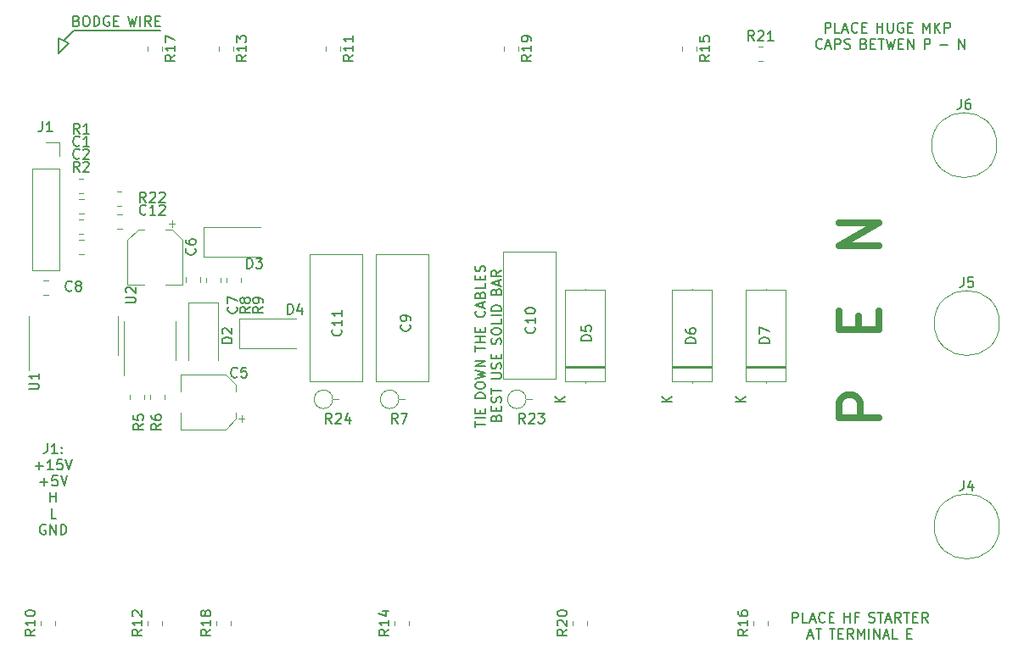
<source format=gbr>
%TF.GenerationSoftware,KiCad,Pcbnew,(6.99.0-3568-gdcfcfd5f29)*%
%TF.CreationDate,2022-10-04T16:24:13+03:00*%
%TF.ProjectId,welder ac diy,77656c64-6572-4206-9163-206469792e6b,rev?*%
%TF.SameCoordinates,Original*%
%TF.FileFunction,Legend,Top*%
%TF.FilePolarity,Positive*%
%FSLAX46Y46*%
G04 Gerber Fmt 4.6, Leading zero omitted, Abs format (unit mm)*
G04 Created by KiCad (PCBNEW (6.99.0-3568-gdcfcfd5f29)) date 2022-10-04 16:24:13*
%MOMM*%
%LPD*%
G01*
G04 APERTURE LIST*
%ADD10C,0.150000*%
%ADD11C,0.700000*%
%ADD12C,0.120000*%
G04 APERTURE END LIST*
D10*
X54610000Y-53086000D02*
X55626000Y-52070000D01*
X55118000Y-53340000D02*
X54102000Y-52832000D01*
X54102000Y-54356000D02*
X55118000Y-53340000D01*
X54102000Y-54356000D02*
X54102000Y-52832000D01*
X64262000Y-52070000D02*
X55626000Y-52070000D01*
X55943428Y-51074571D02*
X56086285Y-51122190D01*
X56086285Y-51122190D02*
X56133904Y-51169809D01*
X56133904Y-51169809D02*
X56181523Y-51265047D01*
X56181523Y-51265047D02*
X56181523Y-51407904D01*
X56181523Y-51407904D02*
X56133904Y-51503142D01*
X56133904Y-51503142D02*
X56086285Y-51550761D01*
X56086285Y-51550761D02*
X55991047Y-51598380D01*
X55991047Y-51598380D02*
X55610095Y-51598380D01*
X55610095Y-51598380D02*
X55610095Y-50598380D01*
X55610095Y-50598380D02*
X55943428Y-50598380D01*
X55943428Y-50598380D02*
X56038666Y-50646000D01*
X56038666Y-50646000D02*
X56086285Y-50693619D01*
X56086285Y-50693619D02*
X56133904Y-50788857D01*
X56133904Y-50788857D02*
X56133904Y-50884095D01*
X56133904Y-50884095D02*
X56086285Y-50979333D01*
X56086285Y-50979333D02*
X56038666Y-51026952D01*
X56038666Y-51026952D02*
X55943428Y-51074571D01*
X55943428Y-51074571D02*
X55610095Y-51074571D01*
X56800571Y-50598380D02*
X56991047Y-50598380D01*
X56991047Y-50598380D02*
X57086285Y-50646000D01*
X57086285Y-50646000D02*
X57181523Y-50741238D01*
X57181523Y-50741238D02*
X57229142Y-50931714D01*
X57229142Y-50931714D02*
X57229142Y-51265047D01*
X57229142Y-51265047D02*
X57181523Y-51455523D01*
X57181523Y-51455523D02*
X57086285Y-51550761D01*
X57086285Y-51550761D02*
X56991047Y-51598380D01*
X56991047Y-51598380D02*
X56800571Y-51598380D01*
X56800571Y-51598380D02*
X56705333Y-51550761D01*
X56705333Y-51550761D02*
X56610095Y-51455523D01*
X56610095Y-51455523D02*
X56562476Y-51265047D01*
X56562476Y-51265047D02*
X56562476Y-50931714D01*
X56562476Y-50931714D02*
X56610095Y-50741238D01*
X56610095Y-50741238D02*
X56705333Y-50646000D01*
X56705333Y-50646000D02*
X56800571Y-50598380D01*
X57657714Y-51598380D02*
X57657714Y-50598380D01*
X57657714Y-50598380D02*
X57895809Y-50598380D01*
X57895809Y-50598380D02*
X58038666Y-50646000D01*
X58038666Y-50646000D02*
X58133904Y-50741238D01*
X58133904Y-50741238D02*
X58181523Y-50836476D01*
X58181523Y-50836476D02*
X58229142Y-51026952D01*
X58229142Y-51026952D02*
X58229142Y-51169809D01*
X58229142Y-51169809D02*
X58181523Y-51360285D01*
X58181523Y-51360285D02*
X58133904Y-51455523D01*
X58133904Y-51455523D02*
X58038666Y-51550761D01*
X58038666Y-51550761D02*
X57895809Y-51598380D01*
X57895809Y-51598380D02*
X57657714Y-51598380D01*
X59181523Y-50646000D02*
X59086285Y-50598380D01*
X59086285Y-50598380D02*
X58943428Y-50598380D01*
X58943428Y-50598380D02*
X58800571Y-50646000D01*
X58800571Y-50646000D02*
X58705333Y-50741238D01*
X58705333Y-50741238D02*
X58657714Y-50836476D01*
X58657714Y-50836476D02*
X58610095Y-51026952D01*
X58610095Y-51026952D02*
X58610095Y-51169809D01*
X58610095Y-51169809D02*
X58657714Y-51360285D01*
X58657714Y-51360285D02*
X58705333Y-51455523D01*
X58705333Y-51455523D02*
X58800571Y-51550761D01*
X58800571Y-51550761D02*
X58943428Y-51598380D01*
X58943428Y-51598380D02*
X59038666Y-51598380D01*
X59038666Y-51598380D02*
X59181523Y-51550761D01*
X59181523Y-51550761D02*
X59229142Y-51503142D01*
X59229142Y-51503142D02*
X59229142Y-51169809D01*
X59229142Y-51169809D02*
X59038666Y-51169809D01*
X59657714Y-51074571D02*
X59991047Y-51074571D01*
X60133904Y-51598380D02*
X59657714Y-51598380D01*
X59657714Y-51598380D02*
X59657714Y-50598380D01*
X59657714Y-50598380D02*
X60133904Y-50598380D01*
X61067238Y-50598380D02*
X61305333Y-51598380D01*
X61305333Y-51598380D02*
X61495809Y-50884095D01*
X61495809Y-50884095D02*
X61686285Y-51598380D01*
X61686285Y-51598380D02*
X61924381Y-50598380D01*
X62305333Y-51598380D02*
X62305333Y-50598380D01*
X63352951Y-51598380D02*
X63019618Y-51122190D01*
X62781523Y-51598380D02*
X62781523Y-50598380D01*
X62781523Y-50598380D02*
X63162475Y-50598380D01*
X63162475Y-50598380D02*
X63257713Y-50646000D01*
X63257713Y-50646000D02*
X63305332Y-50693619D01*
X63305332Y-50693619D02*
X63352951Y-50788857D01*
X63352951Y-50788857D02*
X63352951Y-50931714D01*
X63352951Y-50931714D02*
X63305332Y-51026952D01*
X63305332Y-51026952D02*
X63257713Y-51074571D01*
X63257713Y-51074571D02*
X63162475Y-51122190D01*
X63162475Y-51122190D02*
X62781523Y-51122190D01*
X63781523Y-51074571D02*
X64114856Y-51074571D01*
X64257713Y-51598380D02*
X63781523Y-51598380D01*
X63781523Y-51598380D02*
X63781523Y-50598380D01*
X63781523Y-50598380D02*
X64257713Y-50598380D01*
X95714380Y-91680285D02*
X95714380Y-91108857D01*
X96714380Y-91394571D02*
X95714380Y-91394571D01*
X96714380Y-90775523D02*
X95714380Y-90775523D01*
X96190571Y-90299333D02*
X96190571Y-89966000D01*
X96714380Y-89823143D02*
X96714380Y-90299333D01*
X96714380Y-90299333D02*
X95714380Y-90299333D01*
X95714380Y-90299333D02*
X95714380Y-89823143D01*
X96714380Y-88794571D02*
X95714380Y-88794571D01*
X95714380Y-88794571D02*
X95714380Y-88556476D01*
X95714380Y-88556476D02*
X95762000Y-88413619D01*
X95762000Y-88413619D02*
X95857238Y-88318381D01*
X95857238Y-88318381D02*
X95952476Y-88270762D01*
X95952476Y-88270762D02*
X96142952Y-88223143D01*
X96142952Y-88223143D02*
X96285809Y-88223143D01*
X96285809Y-88223143D02*
X96476285Y-88270762D01*
X96476285Y-88270762D02*
X96571523Y-88318381D01*
X96571523Y-88318381D02*
X96666761Y-88413619D01*
X96666761Y-88413619D02*
X96714380Y-88556476D01*
X96714380Y-88556476D02*
X96714380Y-88794571D01*
X95714380Y-87604095D02*
X95714380Y-87413619D01*
X95714380Y-87413619D02*
X95762000Y-87318381D01*
X95762000Y-87318381D02*
X95857238Y-87223143D01*
X95857238Y-87223143D02*
X96047714Y-87175524D01*
X96047714Y-87175524D02*
X96381047Y-87175524D01*
X96381047Y-87175524D02*
X96571523Y-87223143D01*
X96571523Y-87223143D02*
X96666761Y-87318381D01*
X96666761Y-87318381D02*
X96714380Y-87413619D01*
X96714380Y-87413619D02*
X96714380Y-87604095D01*
X96714380Y-87604095D02*
X96666761Y-87699333D01*
X96666761Y-87699333D02*
X96571523Y-87794571D01*
X96571523Y-87794571D02*
X96381047Y-87842190D01*
X96381047Y-87842190D02*
X96047714Y-87842190D01*
X96047714Y-87842190D02*
X95857238Y-87794571D01*
X95857238Y-87794571D02*
X95762000Y-87699333D01*
X95762000Y-87699333D02*
X95714380Y-87604095D01*
X95714380Y-86842190D02*
X96714380Y-86604095D01*
X96714380Y-86604095D02*
X96000095Y-86413619D01*
X96000095Y-86413619D02*
X96714380Y-86223143D01*
X96714380Y-86223143D02*
X95714380Y-85985048D01*
X96714380Y-85604095D02*
X95714380Y-85604095D01*
X95714380Y-85604095D02*
X96714380Y-85032667D01*
X96714380Y-85032667D02*
X95714380Y-85032667D01*
X95714380Y-84099333D02*
X95714380Y-83527905D01*
X96714380Y-83813619D02*
X95714380Y-83813619D01*
X96714380Y-83194571D02*
X95714380Y-83194571D01*
X96190571Y-83194571D02*
X96190571Y-82623143D01*
X96714380Y-82623143D02*
X95714380Y-82623143D01*
X96190571Y-82146952D02*
X96190571Y-81813619D01*
X96714380Y-81670762D02*
X96714380Y-82146952D01*
X96714380Y-82146952D02*
X95714380Y-82146952D01*
X95714380Y-82146952D02*
X95714380Y-81670762D01*
X96619142Y-80070762D02*
X96666761Y-80118381D01*
X96666761Y-80118381D02*
X96714380Y-80261238D01*
X96714380Y-80261238D02*
X96714380Y-80356476D01*
X96714380Y-80356476D02*
X96666761Y-80499333D01*
X96666761Y-80499333D02*
X96571523Y-80594571D01*
X96571523Y-80594571D02*
X96476285Y-80642190D01*
X96476285Y-80642190D02*
X96285809Y-80689809D01*
X96285809Y-80689809D02*
X96142952Y-80689809D01*
X96142952Y-80689809D02*
X95952476Y-80642190D01*
X95952476Y-80642190D02*
X95857238Y-80594571D01*
X95857238Y-80594571D02*
X95762000Y-80499333D01*
X95762000Y-80499333D02*
X95714380Y-80356476D01*
X95714380Y-80356476D02*
X95714380Y-80261238D01*
X95714380Y-80261238D02*
X95762000Y-80118381D01*
X95762000Y-80118381D02*
X95809619Y-80070762D01*
X96428666Y-79689809D02*
X96428666Y-79213619D01*
X96714380Y-79785047D02*
X95714380Y-79451714D01*
X95714380Y-79451714D02*
X96714380Y-79118381D01*
X96190571Y-78451714D02*
X96238190Y-78308857D01*
X96238190Y-78308857D02*
X96285809Y-78261238D01*
X96285809Y-78261238D02*
X96381047Y-78213619D01*
X96381047Y-78213619D02*
X96523904Y-78213619D01*
X96523904Y-78213619D02*
X96619142Y-78261238D01*
X96619142Y-78261238D02*
X96666761Y-78308857D01*
X96666761Y-78308857D02*
X96714380Y-78404095D01*
X96714380Y-78404095D02*
X96714380Y-78785047D01*
X96714380Y-78785047D02*
X95714380Y-78785047D01*
X95714380Y-78785047D02*
X95714380Y-78451714D01*
X95714380Y-78451714D02*
X95762000Y-78356476D01*
X95762000Y-78356476D02*
X95809619Y-78308857D01*
X95809619Y-78308857D02*
X95904857Y-78261238D01*
X95904857Y-78261238D02*
X96000095Y-78261238D01*
X96000095Y-78261238D02*
X96095333Y-78308857D01*
X96095333Y-78308857D02*
X96142952Y-78356476D01*
X96142952Y-78356476D02*
X96190571Y-78451714D01*
X96190571Y-78451714D02*
X96190571Y-78785047D01*
X96714380Y-77308857D02*
X96714380Y-77785047D01*
X96714380Y-77785047D02*
X95714380Y-77785047D01*
X96190571Y-76975523D02*
X96190571Y-76642190D01*
X96714380Y-76499333D02*
X96714380Y-76975523D01*
X96714380Y-76975523D02*
X95714380Y-76975523D01*
X95714380Y-76975523D02*
X95714380Y-76499333D01*
X96666761Y-76118380D02*
X96714380Y-75975523D01*
X96714380Y-75975523D02*
X96714380Y-75737428D01*
X96714380Y-75737428D02*
X96666761Y-75642190D01*
X96666761Y-75642190D02*
X96619142Y-75594571D01*
X96619142Y-75594571D02*
X96523904Y-75546952D01*
X96523904Y-75546952D02*
X96428666Y-75546952D01*
X96428666Y-75546952D02*
X96333428Y-75594571D01*
X96333428Y-75594571D02*
X96285809Y-75642190D01*
X96285809Y-75642190D02*
X96238190Y-75737428D01*
X96238190Y-75737428D02*
X96190571Y-75927904D01*
X96190571Y-75927904D02*
X96142952Y-76023142D01*
X96142952Y-76023142D02*
X96095333Y-76070761D01*
X96095333Y-76070761D02*
X96000095Y-76118380D01*
X96000095Y-76118380D02*
X95904857Y-76118380D01*
X95904857Y-76118380D02*
X95809619Y-76070761D01*
X95809619Y-76070761D02*
X95762000Y-76023142D01*
X95762000Y-76023142D02*
X95714380Y-75927904D01*
X95714380Y-75927904D02*
X95714380Y-75689809D01*
X95714380Y-75689809D02*
X95762000Y-75546952D01*
X97810571Y-90727904D02*
X97858190Y-90585047D01*
X97858190Y-90585047D02*
X97905809Y-90537428D01*
X97905809Y-90537428D02*
X98001047Y-90489809D01*
X98001047Y-90489809D02*
X98143904Y-90489809D01*
X98143904Y-90489809D02*
X98239142Y-90537428D01*
X98239142Y-90537428D02*
X98286761Y-90585047D01*
X98286761Y-90585047D02*
X98334380Y-90680285D01*
X98334380Y-90680285D02*
X98334380Y-91061237D01*
X98334380Y-91061237D02*
X97334380Y-91061237D01*
X97334380Y-91061237D02*
X97334380Y-90727904D01*
X97334380Y-90727904D02*
X97382000Y-90632666D01*
X97382000Y-90632666D02*
X97429619Y-90585047D01*
X97429619Y-90585047D02*
X97524857Y-90537428D01*
X97524857Y-90537428D02*
X97620095Y-90537428D01*
X97620095Y-90537428D02*
X97715333Y-90585047D01*
X97715333Y-90585047D02*
X97762952Y-90632666D01*
X97762952Y-90632666D02*
X97810571Y-90727904D01*
X97810571Y-90727904D02*
X97810571Y-91061237D01*
X97810571Y-90061237D02*
X97810571Y-89727904D01*
X98334380Y-89585047D02*
X98334380Y-90061237D01*
X98334380Y-90061237D02*
X97334380Y-90061237D01*
X97334380Y-90061237D02*
X97334380Y-89585047D01*
X98286761Y-89204094D02*
X98334380Y-89061237D01*
X98334380Y-89061237D02*
X98334380Y-88823142D01*
X98334380Y-88823142D02*
X98286761Y-88727904D01*
X98286761Y-88727904D02*
X98239142Y-88680285D01*
X98239142Y-88680285D02*
X98143904Y-88632666D01*
X98143904Y-88632666D02*
X98048666Y-88632666D01*
X98048666Y-88632666D02*
X97953428Y-88680285D01*
X97953428Y-88680285D02*
X97905809Y-88727904D01*
X97905809Y-88727904D02*
X97858190Y-88823142D01*
X97858190Y-88823142D02*
X97810571Y-89013618D01*
X97810571Y-89013618D02*
X97762952Y-89108856D01*
X97762952Y-89108856D02*
X97715333Y-89156475D01*
X97715333Y-89156475D02*
X97620095Y-89204094D01*
X97620095Y-89204094D02*
X97524857Y-89204094D01*
X97524857Y-89204094D02*
X97429619Y-89156475D01*
X97429619Y-89156475D02*
X97382000Y-89108856D01*
X97382000Y-89108856D02*
X97334380Y-89013618D01*
X97334380Y-89013618D02*
X97334380Y-88775523D01*
X97334380Y-88775523D02*
X97382000Y-88632666D01*
X97334380Y-88346951D02*
X97334380Y-87775523D01*
X98334380Y-88061237D02*
X97334380Y-88061237D01*
X97334380Y-86842189D02*
X98143904Y-86842189D01*
X98143904Y-86842189D02*
X98239142Y-86794570D01*
X98239142Y-86794570D02*
X98286761Y-86746951D01*
X98286761Y-86746951D02*
X98334380Y-86651713D01*
X98334380Y-86651713D02*
X98334380Y-86461237D01*
X98334380Y-86461237D02*
X98286761Y-86365999D01*
X98286761Y-86365999D02*
X98239142Y-86318380D01*
X98239142Y-86318380D02*
X98143904Y-86270761D01*
X98143904Y-86270761D02*
X97334380Y-86270761D01*
X98286761Y-85842189D02*
X98334380Y-85699332D01*
X98334380Y-85699332D02*
X98334380Y-85461237D01*
X98334380Y-85461237D02*
X98286761Y-85365999D01*
X98286761Y-85365999D02*
X98239142Y-85318380D01*
X98239142Y-85318380D02*
X98143904Y-85270761D01*
X98143904Y-85270761D02*
X98048666Y-85270761D01*
X98048666Y-85270761D02*
X97953428Y-85318380D01*
X97953428Y-85318380D02*
X97905809Y-85365999D01*
X97905809Y-85365999D02*
X97858190Y-85461237D01*
X97858190Y-85461237D02*
X97810571Y-85651713D01*
X97810571Y-85651713D02*
X97762952Y-85746951D01*
X97762952Y-85746951D02*
X97715333Y-85794570D01*
X97715333Y-85794570D02*
X97620095Y-85842189D01*
X97620095Y-85842189D02*
X97524857Y-85842189D01*
X97524857Y-85842189D02*
X97429619Y-85794570D01*
X97429619Y-85794570D02*
X97382000Y-85746951D01*
X97382000Y-85746951D02*
X97334380Y-85651713D01*
X97334380Y-85651713D02*
X97334380Y-85413618D01*
X97334380Y-85413618D02*
X97382000Y-85270761D01*
X97810571Y-84842189D02*
X97810571Y-84508856D01*
X98334380Y-84365999D02*
X98334380Y-84842189D01*
X98334380Y-84842189D02*
X97334380Y-84842189D01*
X97334380Y-84842189D02*
X97334380Y-84365999D01*
X98286761Y-83385046D02*
X98334380Y-83242189D01*
X98334380Y-83242189D02*
X98334380Y-83004094D01*
X98334380Y-83004094D02*
X98286761Y-82908856D01*
X98286761Y-82908856D02*
X98239142Y-82861237D01*
X98239142Y-82861237D02*
X98143904Y-82813618D01*
X98143904Y-82813618D02*
X98048666Y-82813618D01*
X98048666Y-82813618D02*
X97953428Y-82861237D01*
X97953428Y-82861237D02*
X97905809Y-82908856D01*
X97905809Y-82908856D02*
X97858190Y-83004094D01*
X97858190Y-83004094D02*
X97810571Y-83194570D01*
X97810571Y-83194570D02*
X97762952Y-83289808D01*
X97762952Y-83289808D02*
X97715333Y-83337427D01*
X97715333Y-83337427D02*
X97620095Y-83385046D01*
X97620095Y-83385046D02*
X97524857Y-83385046D01*
X97524857Y-83385046D02*
X97429619Y-83337427D01*
X97429619Y-83337427D02*
X97382000Y-83289808D01*
X97382000Y-83289808D02*
X97334380Y-83194570D01*
X97334380Y-83194570D02*
X97334380Y-82956475D01*
X97334380Y-82956475D02*
X97382000Y-82813618D01*
X97334380Y-82194570D02*
X97334380Y-82004094D01*
X97334380Y-82004094D02*
X97382000Y-81908856D01*
X97382000Y-81908856D02*
X97477238Y-81813618D01*
X97477238Y-81813618D02*
X97667714Y-81765999D01*
X97667714Y-81765999D02*
X98001047Y-81765999D01*
X98001047Y-81765999D02*
X98191523Y-81813618D01*
X98191523Y-81813618D02*
X98286761Y-81908856D01*
X98286761Y-81908856D02*
X98334380Y-82004094D01*
X98334380Y-82004094D02*
X98334380Y-82194570D01*
X98334380Y-82194570D02*
X98286761Y-82289808D01*
X98286761Y-82289808D02*
X98191523Y-82385046D01*
X98191523Y-82385046D02*
X98001047Y-82432665D01*
X98001047Y-82432665D02*
X97667714Y-82432665D01*
X97667714Y-82432665D02*
X97477238Y-82385046D01*
X97477238Y-82385046D02*
X97382000Y-82289808D01*
X97382000Y-82289808D02*
X97334380Y-82194570D01*
X98334380Y-80861237D02*
X98334380Y-81337427D01*
X98334380Y-81337427D02*
X97334380Y-81337427D01*
X98334380Y-80527903D02*
X97334380Y-80527903D01*
X98334380Y-80051713D02*
X97334380Y-80051713D01*
X97334380Y-80051713D02*
X97334380Y-79813618D01*
X97334380Y-79813618D02*
X97382000Y-79670761D01*
X97382000Y-79670761D02*
X97477238Y-79575523D01*
X97477238Y-79575523D02*
X97572476Y-79527904D01*
X97572476Y-79527904D02*
X97762952Y-79480285D01*
X97762952Y-79480285D02*
X97905809Y-79480285D01*
X97905809Y-79480285D02*
X98096285Y-79527904D01*
X98096285Y-79527904D02*
X98191523Y-79575523D01*
X98191523Y-79575523D02*
X98286761Y-79670761D01*
X98286761Y-79670761D02*
X98334380Y-79813618D01*
X98334380Y-79813618D02*
X98334380Y-80051713D01*
X97810571Y-78118380D02*
X97858190Y-77975523D01*
X97858190Y-77975523D02*
X97905809Y-77927904D01*
X97905809Y-77927904D02*
X98001047Y-77880285D01*
X98001047Y-77880285D02*
X98143904Y-77880285D01*
X98143904Y-77880285D02*
X98239142Y-77927904D01*
X98239142Y-77927904D02*
X98286761Y-77975523D01*
X98286761Y-77975523D02*
X98334380Y-78070761D01*
X98334380Y-78070761D02*
X98334380Y-78451713D01*
X98334380Y-78451713D02*
X97334380Y-78451713D01*
X97334380Y-78451713D02*
X97334380Y-78118380D01*
X97334380Y-78118380D02*
X97382000Y-78023142D01*
X97382000Y-78023142D02*
X97429619Y-77975523D01*
X97429619Y-77975523D02*
X97524857Y-77927904D01*
X97524857Y-77927904D02*
X97620095Y-77927904D01*
X97620095Y-77927904D02*
X97715333Y-77975523D01*
X97715333Y-77975523D02*
X97762952Y-78023142D01*
X97762952Y-78023142D02*
X97810571Y-78118380D01*
X97810571Y-78118380D02*
X97810571Y-78451713D01*
X98048666Y-77499332D02*
X98048666Y-77023142D01*
X98334380Y-77594570D02*
X97334380Y-77261237D01*
X97334380Y-77261237D02*
X98334380Y-76927904D01*
X98334380Y-76023142D02*
X97858190Y-76356475D01*
X98334380Y-76594570D02*
X97334380Y-76594570D01*
X97334380Y-76594570D02*
X97334380Y-76213618D01*
X97334380Y-76213618D02*
X97382000Y-76118380D01*
X97382000Y-76118380D02*
X97429619Y-76070761D01*
X97429619Y-76070761D02*
X97524857Y-76023142D01*
X97524857Y-76023142D02*
X97667714Y-76023142D01*
X97667714Y-76023142D02*
X97762952Y-76070761D01*
X97762952Y-76070761D02*
X97810571Y-76118380D01*
X97810571Y-76118380D02*
X97858190Y-76213618D01*
X97858190Y-76213618D02*
X97858190Y-76594570D01*
X53022571Y-93298380D02*
X53022571Y-94012666D01*
X53022571Y-94012666D02*
X52974952Y-94155523D01*
X52974952Y-94155523D02*
X52879714Y-94250761D01*
X52879714Y-94250761D02*
X52736857Y-94298380D01*
X52736857Y-94298380D02*
X52641619Y-94298380D01*
X54022571Y-94298380D02*
X53451143Y-94298380D01*
X53736857Y-94298380D02*
X53736857Y-93298380D01*
X53736857Y-93298380D02*
X53641619Y-93441238D01*
X53641619Y-93441238D02*
X53546381Y-93536476D01*
X53546381Y-93536476D02*
X53451143Y-93584095D01*
X54451143Y-94203142D02*
X54498762Y-94250761D01*
X54498762Y-94250761D02*
X54451143Y-94298380D01*
X54451143Y-94298380D02*
X54403524Y-94250761D01*
X54403524Y-94250761D02*
X54451143Y-94203142D01*
X54451143Y-94203142D02*
X54451143Y-94298380D01*
X54451143Y-93679333D02*
X54498762Y-93726952D01*
X54498762Y-93726952D02*
X54451143Y-93774571D01*
X54451143Y-93774571D02*
X54403524Y-93726952D01*
X54403524Y-93726952D02*
X54451143Y-93679333D01*
X54451143Y-93679333D02*
X54451143Y-93774571D01*
X51832095Y-95537428D02*
X52594000Y-95537428D01*
X52213047Y-95918380D02*
X52213047Y-95156476D01*
X53593999Y-95918380D02*
X53022571Y-95918380D01*
X53308285Y-95918380D02*
X53308285Y-94918380D01*
X53308285Y-94918380D02*
X53213047Y-95061238D01*
X53213047Y-95061238D02*
X53117809Y-95156476D01*
X53117809Y-95156476D02*
X53022571Y-95204095D01*
X54498761Y-94918380D02*
X54022571Y-94918380D01*
X54022571Y-94918380D02*
X53974952Y-95394571D01*
X53974952Y-95394571D02*
X54022571Y-95346952D01*
X54022571Y-95346952D02*
X54117809Y-95299333D01*
X54117809Y-95299333D02*
X54355904Y-95299333D01*
X54355904Y-95299333D02*
X54451142Y-95346952D01*
X54451142Y-95346952D02*
X54498761Y-95394571D01*
X54498761Y-95394571D02*
X54546380Y-95489809D01*
X54546380Y-95489809D02*
X54546380Y-95727904D01*
X54546380Y-95727904D02*
X54498761Y-95823142D01*
X54498761Y-95823142D02*
X54451142Y-95870761D01*
X54451142Y-95870761D02*
X54355904Y-95918380D01*
X54355904Y-95918380D02*
X54117809Y-95918380D01*
X54117809Y-95918380D02*
X54022571Y-95870761D01*
X54022571Y-95870761D02*
X53974952Y-95823142D01*
X54832095Y-94918380D02*
X55165428Y-95918380D01*
X55165428Y-95918380D02*
X55498761Y-94918380D01*
X52308286Y-97157428D02*
X53070191Y-97157428D01*
X52689238Y-97538380D02*
X52689238Y-96776476D01*
X54022571Y-96538380D02*
X53546381Y-96538380D01*
X53546381Y-96538380D02*
X53498762Y-97014571D01*
X53498762Y-97014571D02*
X53546381Y-96966952D01*
X53546381Y-96966952D02*
X53641619Y-96919333D01*
X53641619Y-96919333D02*
X53879714Y-96919333D01*
X53879714Y-96919333D02*
X53974952Y-96966952D01*
X53974952Y-96966952D02*
X54022571Y-97014571D01*
X54022571Y-97014571D02*
X54070190Y-97109809D01*
X54070190Y-97109809D02*
X54070190Y-97347904D01*
X54070190Y-97347904D02*
X54022571Y-97443142D01*
X54022571Y-97443142D02*
X53974952Y-97490761D01*
X53974952Y-97490761D02*
X53879714Y-97538380D01*
X53879714Y-97538380D02*
X53641619Y-97538380D01*
X53641619Y-97538380D02*
X53546381Y-97490761D01*
X53546381Y-97490761D02*
X53498762Y-97443142D01*
X54355905Y-96538380D02*
X54689238Y-97538380D01*
X54689238Y-97538380D02*
X55022571Y-96538380D01*
X53308286Y-99158380D02*
X53308286Y-98158380D01*
X53308286Y-98634571D02*
X53879714Y-98634571D01*
X53879714Y-99158380D02*
X53879714Y-98158380D01*
X53903523Y-100778380D02*
X53427333Y-100778380D01*
X53427333Y-100778380D02*
X53427333Y-99778380D01*
X52832095Y-101446000D02*
X52736857Y-101398380D01*
X52736857Y-101398380D02*
X52594000Y-101398380D01*
X52594000Y-101398380D02*
X52451143Y-101446000D01*
X52451143Y-101446000D02*
X52355905Y-101541238D01*
X52355905Y-101541238D02*
X52308286Y-101636476D01*
X52308286Y-101636476D02*
X52260667Y-101826952D01*
X52260667Y-101826952D02*
X52260667Y-101969809D01*
X52260667Y-101969809D02*
X52308286Y-102160285D01*
X52308286Y-102160285D02*
X52355905Y-102255523D01*
X52355905Y-102255523D02*
X52451143Y-102350761D01*
X52451143Y-102350761D02*
X52594000Y-102398380D01*
X52594000Y-102398380D02*
X52689238Y-102398380D01*
X52689238Y-102398380D02*
X52832095Y-102350761D01*
X52832095Y-102350761D02*
X52879714Y-102303142D01*
X52879714Y-102303142D02*
X52879714Y-101969809D01*
X52879714Y-101969809D02*
X52689238Y-101969809D01*
X53308286Y-102398380D02*
X53308286Y-101398380D01*
X53308286Y-101398380D02*
X53879714Y-102398380D01*
X53879714Y-102398380D02*
X53879714Y-101398380D01*
X54355905Y-102398380D02*
X54355905Y-101398380D01*
X54355905Y-101398380D02*
X54594000Y-101398380D01*
X54594000Y-101398380D02*
X54736857Y-101446000D01*
X54736857Y-101446000D02*
X54832095Y-101541238D01*
X54832095Y-101541238D02*
X54879714Y-101636476D01*
X54879714Y-101636476D02*
X54927333Y-101826952D01*
X54927333Y-101826952D02*
X54927333Y-101969809D01*
X54927333Y-101969809D02*
X54879714Y-102160285D01*
X54879714Y-102160285D02*
X54832095Y-102255523D01*
X54832095Y-102255523D02*
X54736857Y-102350761D01*
X54736857Y-102350761D02*
X54594000Y-102398380D01*
X54594000Y-102398380D02*
X54355905Y-102398380D01*
X130640952Y-52264380D02*
X130640952Y-51264380D01*
X130640952Y-51264380D02*
X131021904Y-51264380D01*
X131021904Y-51264380D02*
X131117142Y-51312000D01*
X131117142Y-51312000D02*
X131164761Y-51359619D01*
X131164761Y-51359619D02*
X131212380Y-51454857D01*
X131212380Y-51454857D02*
X131212380Y-51597714D01*
X131212380Y-51597714D02*
X131164761Y-51692952D01*
X131164761Y-51692952D02*
X131117142Y-51740571D01*
X131117142Y-51740571D02*
X131021904Y-51788190D01*
X131021904Y-51788190D02*
X130640952Y-51788190D01*
X132117142Y-52264380D02*
X131640952Y-52264380D01*
X131640952Y-52264380D02*
X131640952Y-51264380D01*
X132402857Y-51978666D02*
X132879047Y-51978666D01*
X132307619Y-52264380D02*
X132640952Y-51264380D01*
X132640952Y-51264380D02*
X132974285Y-52264380D01*
X133879047Y-52169142D02*
X133831428Y-52216761D01*
X133831428Y-52216761D02*
X133688571Y-52264380D01*
X133688571Y-52264380D02*
X133593333Y-52264380D01*
X133593333Y-52264380D02*
X133450476Y-52216761D01*
X133450476Y-52216761D02*
X133355238Y-52121523D01*
X133355238Y-52121523D02*
X133307619Y-52026285D01*
X133307619Y-52026285D02*
X133260000Y-51835809D01*
X133260000Y-51835809D02*
X133260000Y-51692952D01*
X133260000Y-51692952D02*
X133307619Y-51502476D01*
X133307619Y-51502476D02*
X133355238Y-51407238D01*
X133355238Y-51407238D02*
X133450476Y-51312000D01*
X133450476Y-51312000D02*
X133593333Y-51264380D01*
X133593333Y-51264380D02*
X133688571Y-51264380D01*
X133688571Y-51264380D02*
X133831428Y-51312000D01*
X133831428Y-51312000D02*
X133879047Y-51359619D01*
X134307619Y-51740571D02*
X134640952Y-51740571D01*
X134783809Y-52264380D02*
X134307619Y-52264380D01*
X134307619Y-52264380D02*
X134307619Y-51264380D01*
X134307619Y-51264380D02*
X134783809Y-51264380D01*
X135812381Y-52264380D02*
X135812381Y-51264380D01*
X135812381Y-51740571D02*
X136383809Y-51740571D01*
X136383809Y-52264380D02*
X136383809Y-51264380D01*
X136860000Y-51264380D02*
X136860000Y-52073904D01*
X136860000Y-52073904D02*
X136907619Y-52169142D01*
X136907619Y-52169142D02*
X136955238Y-52216761D01*
X136955238Y-52216761D02*
X137050476Y-52264380D01*
X137050476Y-52264380D02*
X137240952Y-52264380D01*
X137240952Y-52264380D02*
X137336190Y-52216761D01*
X137336190Y-52216761D02*
X137383809Y-52169142D01*
X137383809Y-52169142D02*
X137431428Y-52073904D01*
X137431428Y-52073904D02*
X137431428Y-51264380D01*
X138431428Y-51312000D02*
X138336190Y-51264380D01*
X138336190Y-51264380D02*
X138193333Y-51264380D01*
X138193333Y-51264380D02*
X138050476Y-51312000D01*
X138050476Y-51312000D02*
X137955238Y-51407238D01*
X137955238Y-51407238D02*
X137907619Y-51502476D01*
X137907619Y-51502476D02*
X137860000Y-51692952D01*
X137860000Y-51692952D02*
X137860000Y-51835809D01*
X137860000Y-51835809D02*
X137907619Y-52026285D01*
X137907619Y-52026285D02*
X137955238Y-52121523D01*
X137955238Y-52121523D02*
X138050476Y-52216761D01*
X138050476Y-52216761D02*
X138193333Y-52264380D01*
X138193333Y-52264380D02*
X138288571Y-52264380D01*
X138288571Y-52264380D02*
X138431428Y-52216761D01*
X138431428Y-52216761D02*
X138479047Y-52169142D01*
X138479047Y-52169142D02*
X138479047Y-51835809D01*
X138479047Y-51835809D02*
X138288571Y-51835809D01*
X138907619Y-51740571D02*
X139240952Y-51740571D01*
X139383809Y-52264380D02*
X138907619Y-52264380D01*
X138907619Y-52264380D02*
X138907619Y-51264380D01*
X138907619Y-51264380D02*
X139383809Y-51264380D01*
X140412381Y-52264380D02*
X140412381Y-51264380D01*
X140412381Y-51264380D02*
X140745714Y-51978666D01*
X140745714Y-51978666D02*
X141079047Y-51264380D01*
X141079047Y-51264380D02*
X141079047Y-52264380D01*
X141555238Y-52264380D02*
X141555238Y-51264380D01*
X142126666Y-52264380D02*
X141698095Y-51692952D01*
X142126666Y-51264380D02*
X141555238Y-51835809D01*
X142555238Y-52264380D02*
X142555238Y-51264380D01*
X142555238Y-51264380D02*
X142936190Y-51264380D01*
X142936190Y-51264380D02*
X143031428Y-51312000D01*
X143031428Y-51312000D02*
X143079047Y-51359619D01*
X143079047Y-51359619D02*
X143126666Y-51454857D01*
X143126666Y-51454857D02*
X143126666Y-51597714D01*
X143126666Y-51597714D02*
X143079047Y-51692952D01*
X143079047Y-51692952D02*
X143031428Y-51740571D01*
X143031428Y-51740571D02*
X142936190Y-51788190D01*
X142936190Y-51788190D02*
X142555238Y-51788190D01*
X130340952Y-53789142D02*
X130293333Y-53836761D01*
X130293333Y-53836761D02*
X130150476Y-53884380D01*
X130150476Y-53884380D02*
X130055238Y-53884380D01*
X130055238Y-53884380D02*
X129912381Y-53836761D01*
X129912381Y-53836761D02*
X129817143Y-53741523D01*
X129817143Y-53741523D02*
X129769524Y-53646285D01*
X129769524Y-53646285D02*
X129721905Y-53455809D01*
X129721905Y-53455809D02*
X129721905Y-53312952D01*
X129721905Y-53312952D02*
X129769524Y-53122476D01*
X129769524Y-53122476D02*
X129817143Y-53027238D01*
X129817143Y-53027238D02*
X129912381Y-52932000D01*
X129912381Y-52932000D02*
X130055238Y-52884380D01*
X130055238Y-52884380D02*
X130150476Y-52884380D01*
X130150476Y-52884380D02*
X130293333Y-52932000D01*
X130293333Y-52932000D02*
X130340952Y-52979619D01*
X130721905Y-53598666D02*
X131198095Y-53598666D01*
X130626667Y-53884380D02*
X130960000Y-52884380D01*
X130960000Y-52884380D02*
X131293333Y-53884380D01*
X131626667Y-53884380D02*
X131626667Y-52884380D01*
X131626667Y-52884380D02*
X132007619Y-52884380D01*
X132007619Y-52884380D02*
X132102857Y-52932000D01*
X132102857Y-52932000D02*
X132150476Y-52979619D01*
X132150476Y-52979619D02*
X132198095Y-53074857D01*
X132198095Y-53074857D02*
X132198095Y-53217714D01*
X132198095Y-53217714D02*
X132150476Y-53312952D01*
X132150476Y-53312952D02*
X132102857Y-53360571D01*
X132102857Y-53360571D02*
X132007619Y-53408190D01*
X132007619Y-53408190D02*
X131626667Y-53408190D01*
X132579048Y-53836761D02*
X132721905Y-53884380D01*
X132721905Y-53884380D02*
X132960000Y-53884380D01*
X132960000Y-53884380D02*
X133055238Y-53836761D01*
X133055238Y-53836761D02*
X133102857Y-53789142D01*
X133102857Y-53789142D02*
X133150476Y-53693904D01*
X133150476Y-53693904D02*
X133150476Y-53598666D01*
X133150476Y-53598666D02*
X133102857Y-53503428D01*
X133102857Y-53503428D02*
X133055238Y-53455809D01*
X133055238Y-53455809D02*
X132960000Y-53408190D01*
X132960000Y-53408190D02*
X132769524Y-53360571D01*
X132769524Y-53360571D02*
X132674286Y-53312952D01*
X132674286Y-53312952D02*
X132626667Y-53265333D01*
X132626667Y-53265333D02*
X132579048Y-53170095D01*
X132579048Y-53170095D02*
X132579048Y-53074857D01*
X132579048Y-53074857D02*
X132626667Y-52979619D01*
X132626667Y-52979619D02*
X132674286Y-52932000D01*
X132674286Y-52932000D02*
X132769524Y-52884380D01*
X132769524Y-52884380D02*
X133007619Y-52884380D01*
X133007619Y-52884380D02*
X133150476Y-52932000D01*
X134512381Y-53360571D02*
X134655238Y-53408190D01*
X134655238Y-53408190D02*
X134702857Y-53455809D01*
X134702857Y-53455809D02*
X134750476Y-53551047D01*
X134750476Y-53551047D02*
X134750476Y-53693904D01*
X134750476Y-53693904D02*
X134702857Y-53789142D01*
X134702857Y-53789142D02*
X134655238Y-53836761D01*
X134655238Y-53836761D02*
X134560000Y-53884380D01*
X134560000Y-53884380D02*
X134179048Y-53884380D01*
X134179048Y-53884380D02*
X134179048Y-52884380D01*
X134179048Y-52884380D02*
X134512381Y-52884380D01*
X134512381Y-52884380D02*
X134607619Y-52932000D01*
X134607619Y-52932000D02*
X134655238Y-52979619D01*
X134655238Y-52979619D02*
X134702857Y-53074857D01*
X134702857Y-53074857D02*
X134702857Y-53170095D01*
X134702857Y-53170095D02*
X134655238Y-53265333D01*
X134655238Y-53265333D02*
X134607619Y-53312952D01*
X134607619Y-53312952D02*
X134512381Y-53360571D01*
X134512381Y-53360571D02*
X134179048Y-53360571D01*
X135179048Y-53360571D02*
X135512381Y-53360571D01*
X135655238Y-53884380D02*
X135179048Y-53884380D01*
X135179048Y-53884380D02*
X135179048Y-52884380D01*
X135179048Y-52884380D02*
X135655238Y-52884380D01*
X135940953Y-52884380D02*
X136512381Y-52884380D01*
X136226667Y-53884380D02*
X136226667Y-52884380D01*
X136750477Y-52884380D02*
X136988572Y-53884380D01*
X136988572Y-53884380D02*
X137179048Y-53170095D01*
X137179048Y-53170095D02*
X137369524Y-53884380D01*
X137369524Y-53884380D02*
X137607620Y-52884380D01*
X137988572Y-53360571D02*
X138321905Y-53360571D01*
X138464762Y-53884380D02*
X137988572Y-53884380D01*
X137988572Y-53884380D02*
X137988572Y-52884380D01*
X137988572Y-52884380D02*
X138464762Y-52884380D01*
X138893334Y-53884380D02*
X138893334Y-52884380D01*
X138893334Y-52884380D02*
X139464762Y-53884380D01*
X139464762Y-53884380D02*
X139464762Y-52884380D01*
X140540953Y-53884380D02*
X140540953Y-52884380D01*
X140540953Y-52884380D02*
X140921905Y-52884380D01*
X140921905Y-52884380D02*
X141017143Y-52932000D01*
X141017143Y-52932000D02*
X141064762Y-52979619D01*
X141064762Y-52979619D02*
X141112381Y-53074857D01*
X141112381Y-53074857D02*
X141112381Y-53217714D01*
X141112381Y-53217714D02*
X141064762Y-53312952D01*
X141064762Y-53312952D02*
X141017143Y-53360571D01*
X141017143Y-53360571D02*
X140921905Y-53408190D01*
X140921905Y-53408190D02*
X140540953Y-53408190D01*
X142140953Y-53503428D02*
X142902858Y-53503428D01*
X143979048Y-53884380D02*
X143979048Y-52884380D01*
X143979048Y-52884380D02*
X144550476Y-53884380D01*
X144550476Y-53884380D02*
X144550476Y-52884380D01*
X127392952Y-111192380D02*
X127392952Y-110192380D01*
X127392952Y-110192380D02*
X127773904Y-110192380D01*
X127773904Y-110192380D02*
X127869142Y-110240000D01*
X127869142Y-110240000D02*
X127916761Y-110287619D01*
X127916761Y-110287619D02*
X127964380Y-110382857D01*
X127964380Y-110382857D02*
X127964380Y-110525714D01*
X127964380Y-110525714D02*
X127916761Y-110620952D01*
X127916761Y-110620952D02*
X127869142Y-110668571D01*
X127869142Y-110668571D02*
X127773904Y-110716190D01*
X127773904Y-110716190D02*
X127392952Y-110716190D01*
X128869142Y-111192380D02*
X128392952Y-111192380D01*
X128392952Y-111192380D02*
X128392952Y-110192380D01*
X129154857Y-110906666D02*
X129631047Y-110906666D01*
X129059619Y-111192380D02*
X129392952Y-110192380D01*
X129392952Y-110192380D02*
X129726285Y-111192380D01*
X130631047Y-111097142D02*
X130583428Y-111144761D01*
X130583428Y-111144761D02*
X130440571Y-111192380D01*
X130440571Y-111192380D02*
X130345333Y-111192380D01*
X130345333Y-111192380D02*
X130202476Y-111144761D01*
X130202476Y-111144761D02*
X130107238Y-111049523D01*
X130107238Y-111049523D02*
X130059619Y-110954285D01*
X130059619Y-110954285D02*
X130012000Y-110763809D01*
X130012000Y-110763809D02*
X130012000Y-110620952D01*
X130012000Y-110620952D02*
X130059619Y-110430476D01*
X130059619Y-110430476D02*
X130107238Y-110335238D01*
X130107238Y-110335238D02*
X130202476Y-110240000D01*
X130202476Y-110240000D02*
X130345333Y-110192380D01*
X130345333Y-110192380D02*
X130440571Y-110192380D01*
X130440571Y-110192380D02*
X130583428Y-110240000D01*
X130583428Y-110240000D02*
X130631047Y-110287619D01*
X131059619Y-110668571D02*
X131392952Y-110668571D01*
X131535809Y-111192380D02*
X131059619Y-111192380D01*
X131059619Y-111192380D02*
X131059619Y-110192380D01*
X131059619Y-110192380D02*
X131535809Y-110192380D01*
X132564381Y-111192380D02*
X132564381Y-110192380D01*
X132564381Y-110668571D02*
X133135809Y-110668571D01*
X133135809Y-111192380D02*
X133135809Y-110192380D01*
X133945333Y-110668571D02*
X133612000Y-110668571D01*
X133612000Y-111192380D02*
X133612000Y-110192380D01*
X133612000Y-110192380D02*
X134088190Y-110192380D01*
X135021524Y-111144761D02*
X135164381Y-111192380D01*
X135164381Y-111192380D02*
X135402476Y-111192380D01*
X135402476Y-111192380D02*
X135497714Y-111144761D01*
X135497714Y-111144761D02*
X135545333Y-111097142D01*
X135545333Y-111097142D02*
X135592952Y-111001904D01*
X135592952Y-111001904D02*
X135592952Y-110906666D01*
X135592952Y-110906666D02*
X135545333Y-110811428D01*
X135545333Y-110811428D02*
X135497714Y-110763809D01*
X135497714Y-110763809D02*
X135402476Y-110716190D01*
X135402476Y-110716190D02*
X135212000Y-110668571D01*
X135212000Y-110668571D02*
X135116762Y-110620952D01*
X135116762Y-110620952D02*
X135069143Y-110573333D01*
X135069143Y-110573333D02*
X135021524Y-110478095D01*
X135021524Y-110478095D02*
X135021524Y-110382857D01*
X135021524Y-110382857D02*
X135069143Y-110287619D01*
X135069143Y-110287619D02*
X135116762Y-110240000D01*
X135116762Y-110240000D02*
X135212000Y-110192380D01*
X135212000Y-110192380D02*
X135450095Y-110192380D01*
X135450095Y-110192380D02*
X135592952Y-110240000D01*
X135878667Y-110192380D02*
X136450095Y-110192380D01*
X136164381Y-111192380D02*
X136164381Y-110192380D01*
X136735810Y-110906666D02*
X137212000Y-110906666D01*
X136640572Y-111192380D02*
X136973905Y-110192380D01*
X136973905Y-110192380D02*
X137307238Y-111192380D01*
X138212000Y-111192380D02*
X137878667Y-110716190D01*
X137640572Y-111192380D02*
X137640572Y-110192380D01*
X137640572Y-110192380D02*
X138021524Y-110192380D01*
X138021524Y-110192380D02*
X138116762Y-110240000D01*
X138116762Y-110240000D02*
X138164381Y-110287619D01*
X138164381Y-110287619D02*
X138212000Y-110382857D01*
X138212000Y-110382857D02*
X138212000Y-110525714D01*
X138212000Y-110525714D02*
X138164381Y-110620952D01*
X138164381Y-110620952D02*
X138116762Y-110668571D01*
X138116762Y-110668571D02*
X138021524Y-110716190D01*
X138021524Y-110716190D02*
X137640572Y-110716190D01*
X138497715Y-110192380D02*
X139069143Y-110192380D01*
X138783429Y-111192380D02*
X138783429Y-110192380D01*
X139402477Y-110668571D02*
X139735810Y-110668571D01*
X139878667Y-111192380D02*
X139402477Y-111192380D01*
X139402477Y-111192380D02*
X139402477Y-110192380D01*
X139402477Y-110192380D02*
X139878667Y-110192380D01*
X140878667Y-111192380D02*
X140545334Y-110716190D01*
X140307239Y-111192380D02*
X140307239Y-110192380D01*
X140307239Y-110192380D02*
X140688191Y-110192380D01*
X140688191Y-110192380D02*
X140783429Y-110240000D01*
X140783429Y-110240000D02*
X140831048Y-110287619D01*
X140831048Y-110287619D02*
X140878667Y-110382857D01*
X140878667Y-110382857D02*
X140878667Y-110525714D01*
X140878667Y-110525714D02*
X140831048Y-110620952D01*
X140831048Y-110620952D02*
X140783429Y-110668571D01*
X140783429Y-110668571D02*
X140688191Y-110716190D01*
X140688191Y-110716190D02*
X140307239Y-110716190D01*
X128940571Y-112526666D02*
X129416761Y-112526666D01*
X128845333Y-112812380D02*
X129178666Y-111812380D01*
X129178666Y-111812380D02*
X129511999Y-112812380D01*
X129702476Y-111812380D02*
X130273904Y-111812380D01*
X129988190Y-112812380D02*
X129988190Y-111812380D01*
X131064381Y-111812380D02*
X131635809Y-111812380D01*
X131350095Y-112812380D02*
X131350095Y-111812380D01*
X131969143Y-112288571D02*
X132302476Y-112288571D01*
X132445333Y-112812380D02*
X131969143Y-112812380D01*
X131969143Y-112812380D02*
X131969143Y-111812380D01*
X131969143Y-111812380D02*
X132445333Y-111812380D01*
X133445333Y-112812380D02*
X133112000Y-112336190D01*
X132873905Y-112812380D02*
X132873905Y-111812380D01*
X132873905Y-111812380D02*
X133254857Y-111812380D01*
X133254857Y-111812380D02*
X133350095Y-111860000D01*
X133350095Y-111860000D02*
X133397714Y-111907619D01*
X133397714Y-111907619D02*
X133445333Y-112002857D01*
X133445333Y-112002857D02*
X133445333Y-112145714D01*
X133445333Y-112145714D02*
X133397714Y-112240952D01*
X133397714Y-112240952D02*
X133350095Y-112288571D01*
X133350095Y-112288571D02*
X133254857Y-112336190D01*
X133254857Y-112336190D02*
X132873905Y-112336190D01*
X133873905Y-112812380D02*
X133873905Y-111812380D01*
X133873905Y-111812380D02*
X134207238Y-112526666D01*
X134207238Y-112526666D02*
X134540571Y-111812380D01*
X134540571Y-111812380D02*
X134540571Y-112812380D01*
X135016762Y-112812380D02*
X135016762Y-111812380D01*
X135492952Y-112812380D02*
X135492952Y-111812380D01*
X135492952Y-111812380D02*
X136064380Y-112812380D01*
X136064380Y-112812380D02*
X136064380Y-111812380D01*
X136492952Y-112526666D02*
X136969142Y-112526666D01*
X136397714Y-112812380D02*
X136731047Y-111812380D01*
X136731047Y-111812380D02*
X137064380Y-112812380D01*
X137873904Y-112812380D02*
X137397714Y-112812380D01*
X137397714Y-112812380D02*
X137397714Y-111812380D01*
X138807238Y-112288571D02*
X139140571Y-112288571D01*
X139283428Y-112812380D02*
X138807238Y-112812380D01*
X138807238Y-112812380D02*
X138807238Y-111812380D01*
X138807238Y-111812380D02*
X139283428Y-111812380D01*
D11*
X136035523Y-90741619D02*
X132035523Y-90741619D01*
X132035523Y-90741619D02*
X132035523Y-89217809D01*
X132035523Y-89217809D02*
X132226000Y-88836857D01*
X132226000Y-88836857D02*
X132416476Y-88646380D01*
X132416476Y-88646380D02*
X132797428Y-88455904D01*
X132797428Y-88455904D02*
X133368857Y-88455904D01*
X133368857Y-88455904D02*
X133749809Y-88646380D01*
X133749809Y-88646380D02*
X133940285Y-88836857D01*
X133940285Y-88836857D02*
X134130761Y-89217809D01*
X134130761Y-89217809D02*
X134130761Y-90741619D01*
X133940285Y-81941619D02*
X133940285Y-80608285D01*
X136035523Y-80036857D02*
X136035523Y-81941619D01*
X136035523Y-81941619D02*
X132035523Y-81941619D01*
X132035523Y-81941619D02*
X132035523Y-80036857D01*
X136035523Y-73522571D02*
X132035523Y-73522571D01*
X132035523Y-73522571D02*
X136035523Y-71236856D01*
X136035523Y-71236856D02*
X132035523Y-71236856D01*
D10*
%TO.C,U1*%
X51183380Y-87883904D02*
X51992904Y-87883904D01*
X51992904Y-87883904D02*
X52088142Y-87836285D01*
X52088142Y-87836285D02*
X52135761Y-87788666D01*
X52135761Y-87788666D02*
X52183380Y-87693428D01*
X52183380Y-87693428D02*
X52183380Y-87502952D01*
X52183380Y-87502952D02*
X52135761Y-87407714D01*
X52135761Y-87407714D02*
X52088142Y-87360095D01*
X52088142Y-87360095D02*
X51992904Y-87312476D01*
X51992904Y-87312476D02*
X51183380Y-87312476D01*
X52183380Y-86312476D02*
X52183380Y-86883904D01*
X52183380Y-86598190D02*
X51183380Y-86598190D01*
X51183380Y-86598190D02*
X51326238Y-86693428D01*
X51326238Y-86693428D02*
X51421476Y-86788666D01*
X51421476Y-86788666D02*
X51469095Y-86883904D01*
%TO.C,C6*%
X67726142Y-73826666D02*
X67773761Y-73874285D01*
X67773761Y-73874285D02*
X67821380Y-74017142D01*
X67821380Y-74017142D02*
X67821380Y-74112380D01*
X67821380Y-74112380D02*
X67773761Y-74255237D01*
X67773761Y-74255237D02*
X67678523Y-74350475D01*
X67678523Y-74350475D02*
X67583285Y-74398094D01*
X67583285Y-74398094D02*
X67392809Y-74445713D01*
X67392809Y-74445713D02*
X67249952Y-74445713D01*
X67249952Y-74445713D02*
X67059476Y-74398094D01*
X67059476Y-74398094D02*
X66964238Y-74350475D01*
X66964238Y-74350475D02*
X66869000Y-74255237D01*
X66869000Y-74255237D02*
X66821380Y-74112380D01*
X66821380Y-74112380D02*
X66821380Y-74017142D01*
X66821380Y-74017142D02*
X66869000Y-73874285D01*
X66869000Y-73874285D02*
X66916619Y-73826666D01*
X66821380Y-72969523D02*
X66821380Y-73159999D01*
X66821380Y-73159999D02*
X66869000Y-73255237D01*
X66869000Y-73255237D02*
X66916619Y-73302856D01*
X66916619Y-73302856D02*
X67059476Y-73398094D01*
X67059476Y-73398094D02*
X67249952Y-73445713D01*
X67249952Y-73445713D02*
X67630904Y-73445713D01*
X67630904Y-73445713D02*
X67726142Y-73398094D01*
X67726142Y-73398094D02*
X67773761Y-73350475D01*
X67773761Y-73350475D02*
X67821380Y-73255237D01*
X67821380Y-73255237D02*
X67821380Y-73064761D01*
X67821380Y-73064761D02*
X67773761Y-72969523D01*
X67773761Y-72969523D02*
X67726142Y-72921904D01*
X67726142Y-72921904D02*
X67630904Y-72874285D01*
X67630904Y-72874285D02*
X67392809Y-72874285D01*
X67392809Y-72874285D02*
X67297571Y-72921904D01*
X67297571Y-72921904D02*
X67249952Y-72969523D01*
X67249952Y-72969523D02*
X67202333Y-73064761D01*
X67202333Y-73064761D02*
X67202333Y-73255237D01*
X67202333Y-73255237D02*
X67249952Y-73350475D01*
X67249952Y-73350475D02*
X67297571Y-73398094D01*
X67297571Y-73398094D02*
X67392809Y-73445713D01*
%TO.C,J5*%
X144446666Y-76699380D02*
X144446666Y-77413666D01*
X144446666Y-77413666D02*
X144399047Y-77556523D01*
X144399047Y-77556523D02*
X144303809Y-77651761D01*
X144303809Y-77651761D02*
X144160952Y-77699380D01*
X144160952Y-77699380D02*
X144065714Y-77699380D01*
X145399047Y-76699380D02*
X144922857Y-76699380D01*
X144922857Y-76699380D02*
X144875238Y-77175571D01*
X144875238Y-77175571D02*
X144922857Y-77127952D01*
X144922857Y-77127952D02*
X145018095Y-77080333D01*
X145018095Y-77080333D02*
X145256190Y-77080333D01*
X145256190Y-77080333D02*
X145351428Y-77127952D01*
X145351428Y-77127952D02*
X145399047Y-77175571D01*
X145399047Y-77175571D02*
X145446666Y-77270809D01*
X145446666Y-77270809D02*
X145446666Y-77508904D01*
X145446666Y-77508904D02*
X145399047Y-77604142D01*
X145399047Y-77604142D02*
X145351428Y-77651761D01*
X145351428Y-77651761D02*
X145256190Y-77699380D01*
X145256190Y-77699380D02*
X145018095Y-77699380D01*
X145018095Y-77699380D02*
X144922857Y-77651761D01*
X144922857Y-77651761D02*
X144875238Y-77604142D01*
%TO.C,R8*%
X73265380Y-79668666D02*
X72789190Y-80001999D01*
X73265380Y-80240094D02*
X72265380Y-80240094D01*
X72265380Y-80240094D02*
X72265380Y-79859142D01*
X72265380Y-79859142D02*
X72313000Y-79763904D01*
X72313000Y-79763904D02*
X72360619Y-79716285D01*
X72360619Y-79716285D02*
X72455857Y-79668666D01*
X72455857Y-79668666D02*
X72598714Y-79668666D01*
X72598714Y-79668666D02*
X72693952Y-79716285D01*
X72693952Y-79716285D02*
X72741571Y-79763904D01*
X72741571Y-79763904D02*
X72789190Y-79859142D01*
X72789190Y-79859142D02*
X72789190Y-80240094D01*
X72693952Y-79097237D02*
X72646333Y-79192475D01*
X72646333Y-79192475D02*
X72598714Y-79240094D01*
X72598714Y-79240094D02*
X72503476Y-79287713D01*
X72503476Y-79287713D02*
X72455857Y-79287713D01*
X72455857Y-79287713D02*
X72360619Y-79240094D01*
X72360619Y-79240094D02*
X72313000Y-79192475D01*
X72313000Y-79192475D02*
X72265380Y-79097237D01*
X72265380Y-79097237D02*
X72265380Y-78906761D01*
X72265380Y-78906761D02*
X72313000Y-78811523D01*
X72313000Y-78811523D02*
X72360619Y-78763904D01*
X72360619Y-78763904D02*
X72455857Y-78716285D01*
X72455857Y-78716285D02*
X72503476Y-78716285D01*
X72503476Y-78716285D02*
X72598714Y-78763904D01*
X72598714Y-78763904D02*
X72646333Y-78811523D01*
X72646333Y-78811523D02*
X72693952Y-78906761D01*
X72693952Y-78906761D02*
X72693952Y-79097237D01*
X72693952Y-79097237D02*
X72741571Y-79192475D01*
X72741571Y-79192475D02*
X72789190Y-79240094D01*
X72789190Y-79240094D02*
X72884428Y-79287713D01*
X72884428Y-79287713D02*
X73074904Y-79287713D01*
X73074904Y-79287713D02*
X73170142Y-79240094D01*
X73170142Y-79240094D02*
X73217761Y-79192475D01*
X73217761Y-79192475D02*
X73265380Y-79097237D01*
X73265380Y-79097237D02*
X73265380Y-78906761D01*
X73265380Y-78906761D02*
X73217761Y-78811523D01*
X73217761Y-78811523D02*
X73170142Y-78763904D01*
X73170142Y-78763904D02*
X73074904Y-78716285D01*
X73074904Y-78716285D02*
X72884428Y-78716285D01*
X72884428Y-78716285D02*
X72789190Y-78763904D01*
X72789190Y-78763904D02*
X72741571Y-78811523D01*
X72741571Y-78811523D02*
X72693952Y-78906761D01*
%TO.C,R18*%
X69329380Y-111894857D02*
X68853190Y-112228190D01*
X69329380Y-112466285D02*
X68329380Y-112466285D01*
X68329380Y-112466285D02*
X68329380Y-112085333D01*
X68329380Y-112085333D02*
X68377000Y-111990095D01*
X68377000Y-111990095D02*
X68424619Y-111942476D01*
X68424619Y-111942476D02*
X68519857Y-111894857D01*
X68519857Y-111894857D02*
X68662714Y-111894857D01*
X68662714Y-111894857D02*
X68757952Y-111942476D01*
X68757952Y-111942476D02*
X68805571Y-111990095D01*
X68805571Y-111990095D02*
X68853190Y-112085333D01*
X68853190Y-112085333D02*
X68853190Y-112466285D01*
X69329380Y-110942476D02*
X69329380Y-111513904D01*
X69329380Y-111228190D02*
X68329380Y-111228190D01*
X68329380Y-111228190D02*
X68472238Y-111323428D01*
X68472238Y-111323428D02*
X68567476Y-111418666D01*
X68567476Y-111418666D02*
X68615095Y-111513904D01*
X68757952Y-110371047D02*
X68710333Y-110466285D01*
X68710333Y-110466285D02*
X68662714Y-110513904D01*
X68662714Y-110513904D02*
X68567476Y-110561523D01*
X68567476Y-110561523D02*
X68519857Y-110561523D01*
X68519857Y-110561523D02*
X68424619Y-110513904D01*
X68424619Y-110513904D02*
X68377000Y-110466285D01*
X68377000Y-110466285D02*
X68329380Y-110371047D01*
X68329380Y-110371047D02*
X68329380Y-110180571D01*
X68329380Y-110180571D02*
X68377000Y-110085333D01*
X68377000Y-110085333D02*
X68424619Y-110037714D01*
X68424619Y-110037714D02*
X68519857Y-109990095D01*
X68519857Y-109990095D02*
X68567476Y-109990095D01*
X68567476Y-109990095D02*
X68662714Y-110037714D01*
X68662714Y-110037714D02*
X68710333Y-110085333D01*
X68710333Y-110085333D02*
X68757952Y-110180571D01*
X68757952Y-110180571D02*
X68757952Y-110371047D01*
X68757952Y-110371047D02*
X68805571Y-110466285D01*
X68805571Y-110466285D02*
X68853190Y-110513904D01*
X68853190Y-110513904D02*
X68948428Y-110561523D01*
X68948428Y-110561523D02*
X69138904Y-110561523D01*
X69138904Y-110561523D02*
X69234142Y-110513904D01*
X69234142Y-110513904D02*
X69281761Y-110466285D01*
X69281761Y-110466285D02*
X69329380Y-110371047D01*
X69329380Y-110371047D02*
X69329380Y-110180571D01*
X69329380Y-110180571D02*
X69281761Y-110085333D01*
X69281761Y-110085333D02*
X69234142Y-110037714D01*
X69234142Y-110037714D02*
X69138904Y-109990095D01*
X69138904Y-109990095D02*
X68948428Y-109990095D01*
X68948428Y-109990095D02*
X68853190Y-110037714D01*
X68853190Y-110037714D02*
X68805571Y-110085333D01*
X68805571Y-110085333D02*
X68757952Y-110180571D01*
%TO.C,R19*%
X101331380Y-54490857D02*
X100855190Y-54824190D01*
X101331380Y-55062285D02*
X100331380Y-55062285D01*
X100331380Y-55062285D02*
X100331380Y-54681333D01*
X100331380Y-54681333D02*
X100379000Y-54586095D01*
X100379000Y-54586095D02*
X100426619Y-54538476D01*
X100426619Y-54538476D02*
X100521857Y-54490857D01*
X100521857Y-54490857D02*
X100664714Y-54490857D01*
X100664714Y-54490857D02*
X100759952Y-54538476D01*
X100759952Y-54538476D02*
X100807571Y-54586095D01*
X100807571Y-54586095D02*
X100855190Y-54681333D01*
X100855190Y-54681333D02*
X100855190Y-55062285D01*
X101331380Y-53538476D02*
X101331380Y-54109904D01*
X101331380Y-53824190D02*
X100331380Y-53824190D01*
X100331380Y-53824190D02*
X100474238Y-53919428D01*
X100474238Y-53919428D02*
X100569476Y-54014666D01*
X100569476Y-54014666D02*
X100617095Y-54109904D01*
X101331380Y-53062285D02*
X101331380Y-52871809D01*
X101331380Y-52871809D02*
X101283761Y-52776571D01*
X101283761Y-52776571D02*
X101236142Y-52728952D01*
X101236142Y-52728952D02*
X101093285Y-52633714D01*
X101093285Y-52633714D02*
X100902809Y-52586095D01*
X100902809Y-52586095D02*
X100521857Y-52586095D01*
X100521857Y-52586095D02*
X100426619Y-52633714D01*
X100426619Y-52633714D02*
X100379000Y-52681333D01*
X100379000Y-52681333D02*
X100331380Y-52776571D01*
X100331380Y-52776571D02*
X100331380Y-52967047D01*
X100331380Y-52967047D02*
X100379000Y-53062285D01*
X100379000Y-53062285D02*
X100426619Y-53109904D01*
X100426619Y-53109904D02*
X100521857Y-53157523D01*
X100521857Y-53157523D02*
X100759952Y-53157523D01*
X100759952Y-53157523D02*
X100855190Y-53109904D01*
X100855190Y-53109904D02*
X100902809Y-53062285D01*
X100902809Y-53062285D02*
X100950428Y-52967047D01*
X100950428Y-52967047D02*
X100950428Y-52776571D01*
X100950428Y-52776571D02*
X100902809Y-52681333D01*
X100902809Y-52681333D02*
X100855190Y-52633714D01*
X100855190Y-52633714D02*
X100759952Y-52586095D01*
%TO.C,C10*%
X101618142Y-81668857D02*
X101665761Y-81716476D01*
X101665761Y-81716476D02*
X101713380Y-81859333D01*
X101713380Y-81859333D02*
X101713380Y-81954571D01*
X101713380Y-81954571D02*
X101665761Y-82097428D01*
X101665761Y-82097428D02*
X101570523Y-82192666D01*
X101570523Y-82192666D02*
X101475285Y-82240285D01*
X101475285Y-82240285D02*
X101284809Y-82287904D01*
X101284809Y-82287904D02*
X101141952Y-82287904D01*
X101141952Y-82287904D02*
X100951476Y-82240285D01*
X100951476Y-82240285D02*
X100856238Y-82192666D01*
X100856238Y-82192666D02*
X100761000Y-82097428D01*
X100761000Y-82097428D02*
X100713380Y-81954571D01*
X100713380Y-81954571D02*
X100713380Y-81859333D01*
X100713380Y-81859333D02*
X100761000Y-81716476D01*
X100761000Y-81716476D02*
X100808619Y-81668857D01*
X101713380Y-80716476D02*
X101713380Y-81287904D01*
X101713380Y-81002190D02*
X100713380Y-81002190D01*
X100713380Y-81002190D02*
X100856238Y-81097428D01*
X100856238Y-81097428D02*
X100951476Y-81192666D01*
X100951476Y-81192666D02*
X100999095Y-81287904D01*
X100713380Y-80097428D02*
X100713380Y-80002190D01*
X100713380Y-80002190D02*
X100761000Y-79906952D01*
X100761000Y-79906952D02*
X100808619Y-79859333D01*
X100808619Y-79859333D02*
X100903857Y-79811714D01*
X100903857Y-79811714D02*
X101094333Y-79764095D01*
X101094333Y-79764095D02*
X101332428Y-79764095D01*
X101332428Y-79764095D02*
X101522904Y-79811714D01*
X101522904Y-79811714D02*
X101618142Y-79859333D01*
X101618142Y-79859333D02*
X101665761Y-79906952D01*
X101665761Y-79906952D02*
X101713380Y-80002190D01*
X101713380Y-80002190D02*
X101713380Y-80097428D01*
X101713380Y-80097428D02*
X101665761Y-80192666D01*
X101665761Y-80192666D02*
X101618142Y-80240285D01*
X101618142Y-80240285D02*
X101522904Y-80287904D01*
X101522904Y-80287904D02*
X101332428Y-80335523D01*
X101332428Y-80335523D02*
X101094333Y-80335523D01*
X101094333Y-80335523D02*
X100903857Y-80287904D01*
X100903857Y-80287904D02*
X100808619Y-80240285D01*
X100808619Y-80240285D02*
X100761000Y-80192666D01*
X100761000Y-80192666D02*
X100713380Y-80097428D01*
%TO.C,R17*%
X65771380Y-54490857D02*
X65295190Y-54824190D01*
X65771380Y-55062285D02*
X64771380Y-55062285D01*
X64771380Y-55062285D02*
X64771380Y-54681333D01*
X64771380Y-54681333D02*
X64819000Y-54586095D01*
X64819000Y-54586095D02*
X64866619Y-54538476D01*
X64866619Y-54538476D02*
X64961857Y-54490857D01*
X64961857Y-54490857D02*
X65104714Y-54490857D01*
X65104714Y-54490857D02*
X65199952Y-54538476D01*
X65199952Y-54538476D02*
X65247571Y-54586095D01*
X65247571Y-54586095D02*
X65295190Y-54681333D01*
X65295190Y-54681333D02*
X65295190Y-55062285D01*
X65771380Y-53538476D02*
X65771380Y-54109904D01*
X65771380Y-53824190D02*
X64771380Y-53824190D01*
X64771380Y-53824190D02*
X64914238Y-53919428D01*
X64914238Y-53919428D02*
X65009476Y-54014666D01*
X65009476Y-54014666D02*
X65057095Y-54109904D01*
X64771380Y-53205142D02*
X64771380Y-52538476D01*
X64771380Y-52538476D02*
X65771380Y-52967047D01*
%TO.C,C7*%
X71900142Y-79668666D02*
X71947761Y-79716285D01*
X71947761Y-79716285D02*
X71995380Y-79859142D01*
X71995380Y-79859142D02*
X71995380Y-79954380D01*
X71995380Y-79954380D02*
X71947761Y-80097237D01*
X71947761Y-80097237D02*
X71852523Y-80192475D01*
X71852523Y-80192475D02*
X71757285Y-80240094D01*
X71757285Y-80240094D02*
X71566809Y-80287713D01*
X71566809Y-80287713D02*
X71423952Y-80287713D01*
X71423952Y-80287713D02*
X71233476Y-80240094D01*
X71233476Y-80240094D02*
X71138238Y-80192475D01*
X71138238Y-80192475D02*
X71043000Y-80097237D01*
X71043000Y-80097237D02*
X70995380Y-79954380D01*
X70995380Y-79954380D02*
X70995380Y-79859142D01*
X70995380Y-79859142D02*
X71043000Y-79716285D01*
X71043000Y-79716285D02*
X71090619Y-79668666D01*
X70995380Y-79335332D02*
X70995380Y-78668666D01*
X70995380Y-78668666D02*
X71995380Y-79097237D01*
%TO.C,J1*%
X52523666Y-61143380D02*
X52523666Y-61857666D01*
X52523666Y-61857666D02*
X52476047Y-62000523D01*
X52476047Y-62000523D02*
X52380809Y-62095761D01*
X52380809Y-62095761D02*
X52237952Y-62143380D01*
X52237952Y-62143380D02*
X52142714Y-62143380D01*
X53523666Y-62143380D02*
X52952238Y-62143380D01*
X53237952Y-62143380D02*
X53237952Y-61143380D01*
X53237952Y-61143380D02*
X53142714Y-61286238D01*
X53142714Y-61286238D02*
X53047476Y-61381476D01*
X53047476Y-61381476D02*
X52952238Y-61429095D01*
%TO.C,D6*%
X117715380Y-83288094D02*
X116715380Y-83288094D01*
X116715380Y-83288094D02*
X116715380Y-83049999D01*
X116715380Y-83049999D02*
X116763000Y-82907142D01*
X116763000Y-82907142D02*
X116858238Y-82811904D01*
X116858238Y-82811904D02*
X116953476Y-82764285D01*
X116953476Y-82764285D02*
X117143952Y-82716666D01*
X117143952Y-82716666D02*
X117286809Y-82716666D01*
X117286809Y-82716666D02*
X117477285Y-82764285D01*
X117477285Y-82764285D02*
X117572523Y-82811904D01*
X117572523Y-82811904D02*
X117667761Y-82907142D01*
X117667761Y-82907142D02*
X117715380Y-83049999D01*
X117715380Y-83049999D02*
X117715380Y-83288094D01*
X116715380Y-81859523D02*
X116715380Y-82049999D01*
X116715380Y-82049999D02*
X116763000Y-82145237D01*
X116763000Y-82145237D02*
X116810619Y-82192856D01*
X116810619Y-82192856D02*
X116953476Y-82288094D01*
X116953476Y-82288094D02*
X117143952Y-82335713D01*
X117143952Y-82335713D02*
X117524904Y-82335713D01*
X117524904Y-82335713D02*
X117620142Y-82288094D01*
X117620142Y-82288094D02*
X117667761Y-82240475D01*
X117667761Y-82240475D02*
X117715380Y-82145237D01*
X117715380Y-82145237D02*
X117715380Y-81954761D01*
X117715380Y-81954761D02*
X117667761Y-81859523D01*
X117667761Y-81859523D02*
X117620142Y-81811904D01*
X117620142Y-81811904D02*
X117524904Y-81764285D01*
X117524904Y-81764285D02*
X117286809Y-81764285D01*
X117286809Y-81764285D02*
X117191571Y-81811904D01*
X117191571Y-81811904D02*
X117143952Y-81859523D01*
X117143952Y-81859523D02*
X117096333Y-81954761D01*
X117096333Y-81954761D02*
X117096333Y-82145237D01*
X117096333Y-82145237D02*
X117143952Y-82240475D01*
X117143952Y-82240475D02*
X117191571Y-82288094D01*
X117191571Y-82288094D02*
X117286809Y-82335713D01*
X115315380Y-89161904D02*
X114315380Y-89161904D01*
X115315380Y-88590476D02*
X114743952Y-89019047D01*
X114315380Y-88590476D02*
X114886809Y-89161904D01*
%TO.C,D2*%
X71447380Y-83288094D02*
X70447380Y-83288094D01*
X70447380Y-83288094D02*
X70447380Y-83049999D01*
X70447380Y-83049999D02*
X70495000Y-82907142D01*
X70495000Y-82907142D02*
X70590238Y-82811904D01*
X70590238Y-82811904D02*
X70685476Y-82764285D01*
X70685476Y-82764285D02*
X70875952Y-82716666D01*
X70875952Y-82716666D02*
X71018809Y-82716666D01*
X71018809Y-82716666D02*
X71209285Y-82764285D01*
X71209285Y-82764285D02*
X71304523Y-82811904D01*
X71304523Y-82811904D02*
X71399761Y-82907142D01*
X71399761Y-82907142D02*
X71447380Y-83049999D01*
X71447380Y-83049999D02*
X71447380Y-83288094D01*
X70542619Y-82335713D02*
X70495000Y-82288094D01*
X70495000Y-82288094D02*
X70447380Y-82192856D01*
X70447380Y-82192856D02*
X70447380Y-81954761D01*
X70447380Y-81954761D02*
X70495000Y-81859523D01*
X70495000Y-81859523D02*
X70542619Y-81811904D01*
X70542619Y-81811904D02*
X70637857Y-81764285D01*
X70637857Y-81764285D02*
X70733095Y-81764285D01*
X70733095Y-81764285D02*
X70875952Y-81811904D01*
X70875952Y-81811904D02*
X71447380Y-82383332D01*
X71447380Y-82383332D02*
X71447380Y-81764285D01*
%TO.C,R5*%
X62597380Y-91352666D02*
X62121190Y-91685999D01*
X62597380Y-91924094D02*
X61597380Y-91924094D01*
X61597380Y-91924094D02*
X61597380Y-91543142D01*
X61597380Y-91543142D02*
X61645000Y-91447904D01*
X61645000Y-91447904D02*
X61692619Y-91400285D01*
X61692619Y-91400285D02*
X61787857Y-91352666D01*
X61787857Y-91352666D02*
X61930714Y-91352666D01*
X61930714Y-91352666D02*
X62025952Y-91400285D01*
X62025952Y-91400285D02*
X62073571Y-91447904D01*
X62073571Y-91447904D02*
X62121190Y-91543142D01*
X62121190Y-91543142D02*
X62121190Y-91924094D01*
X61597380Y-90447904D02*
X61597380Y-90924094D01*
X61597380Y-90924094D02*
X62073571Y-90971713D01*
X62073571Y-90971713D02*
X62025952Y-90924094D01*
X62025952Y-90924094D02*
X61978333Y-90828856D01*
X61978333Y-90828856D02*
X61978333Y-90590761D01*
X61978333Y-90590761D02*
X62025952Y-90495523D01*
X62025952Y-90495523D02*
X62073571Y-90447904D01*
X62073571Y-90447904D02*
X62168809Y-90400285D01*
X62168809Y-90400285D02*
X62406904Y-90400285D01*
X62406904Y-90400285D02*
X62502142Y-90447904D01*
X62502142Y-90447904D02*
X62549761Y-90495523D01*
X62549761Y-90495523D02*
X62597380Y-90590761D01*
X62597380Y-90590761D02*
X62597380Y-90828856D01*
X62597380Y-90828856D02*
X62549761Y-90924094D01*
X62549761Y-90924094D02*
X62502142Y-90971713D01*
%TO.C,D7*%
X125081380Y-83288094D02*
X124081380Y-83288094D01*
X124081380Y-83288094D02*
X124081380Y-83049999D01*
X124081380Y-83049999D02*
X124129000Y-82907142D01*
X124129000Y-82907142D02*
X124224238Y-82811904D01*
X124224238Y-82811904D02*
X124319476Y-82764285D01*
X124319476Y-82764285D02*
X124509952Y-82716666D01*
X124509952Y-82716666D02*
X124652809Y-82716666D01*
X124652809Y-82716666D02*
X124843285Y-82764285D01*
X124843285Y-82764285D02*
X124938523Y-82811904D01*
X124938523Y-82811904D02*
X125033761Y-82907142D01*
X125033761Y-82907142D02*
X125081380Y-83049999D01*
X125081380Y-83049999D02*
X125081380Y-83288094D01*
X124081380Y-82383332D02*
X124081380Y-81716666D01*
X124081380Y-81716666D02*
X125081380Y-82145237D01*
X122681380Y-89161904D02*
X121681380Y-89161904D01*
X122681380Y-88590476D02*
X122109952Y-89019047D01*
X121681380Y-88590476D02*
X122252809Y-89161904D01*
%TO.C,R12*%
X62471380Y-111894857D02*
X61995190Y-112228190D01*
X62471380Y-112466285D02*
X61471380Y-112466285D01*
X61471380Y-112466285D02*
X61471380Y-112085333D01*
X61471380Y-112085333D02*
X61519000Y-111990095D01*
X61519000Y-111990095D02*
X61566619Y-111942476D01*
X61566619Y-111942476D02*
X61661857Y-111894857D01*
X61661857Y-111894857D02*
X61804714Y-111894857D01*
X61804714Y-111894857D02*
X61899952Y-111942476D01*
X61899952Y-111942476D02*
X61947571Y-111990095D01*
X61947571Y-111990095D02*
X61995190Y-112085333D01*
X61995190Y-112085333D02*
X61995190Y-112466285D01*
X62471380Y-110942476D02*
X62471380Y-111513904D01*
X62471380Y-111228190D02*
X61471380Y-111228190D01*
X61471380Y-111228190D02*
X61614238Y-111323428D01*
X61614238Y-111323428D02*
X61709476Y-111418666D01*
X61709476Y-111418666D02*
X61757095Y-111513904D01*
X61566619Y-110561523D02*
X61519000Y-110513904D01*
X61519000Y-110513904D02*
X61471380Y-110418666D01*
X61471380Y-110418666D02*
X61471380Y-110180571D01*
X61471380Y-110180571D02*
X61519000Y-110085333D01*
X61519000Y-110085333D02*
X61566619Y-110037714D01*
X61566619Y-110037714D02*
X61661857Y-109990095D01*
X61661857Y-109990095D02*
X61757095Y-109990095D01*
X61757095Y-109990095D02*
X61899952Y-110037714D01*
X61899952Y-110037714D02*
X62471380Y-110609142D01*
X62471380Y-110609142D02*
X62471380Y-109990095D01*
%TO.C,R21*%
X123563142Y-53073380D02*
X123229809Y-52597190D01*
X122991714Y-53073380D02*
X122991714Y-52073380D01*
X122991714Y-52073380D02*
X123372666Y-52073380D01*
X123372666Y-52073380D02*
X123467904Y-52121000D01*
X123467904Y-52121000D02*
X123515523Y-52168619D01*
X123515523Y-52168619D02*
X123563142Y-52263857D01*
X123563142Y-52263857D02*
X123563142Y-52406714D01*
X123563142Y-52406714D02*
X123515523Y-52501952D01*
X123515523Y-52501952D02*
X123467904Y-52549571D01*
X123467904Y-52549571D02*
X123372666Y-52597190D01*
X123372666Y-52597190D02*
X122991714Y-52597190D01*
X123944095Y-52168619D02*
X123991714Y-52121000D01*
X123991714Y-52121000D02*
X124086952Y-52073380D01*
X124086952Y-52073380D02*
X124325047Y-52073380D01*
X124325047Y-52073380D02*
X124420285Y-52121000D01*
X124420285Y-52121000D02*
X124467904Y-52168619D01*
X124467904Y-52168619D02*
X124515523Y-52263857D01*
X124515523Y-52263857D02*
X124515523Y-52359095D01*
X124515523Y-52359095D02*
X124467904Y-52501952D01*
X124467904Y-52501952D02*
X123896476Y-53073380D01*
X123896476Y-53073380D02*
X124515523Y-53073380D01*
X125467904Y-53073380D02*
X124896476Y-53073380D01*
X125182190Y-53073380D02*
X125182190Y-52073380D01*
X125182190Y-52073380D02*
X125086952Y-52216238D01*
X125086952Y-52216238D02*
X124991714Y-52311476D01*
X124991714Y-52311476D02*
X124896476Y-52359095D01*
%TO.C,R1*%
X56221333Y-62343380D02*
X55888000Y-61867190D01*
X55649905Y-62343380D02*
X55649905Y-61343380D01*
X55649905Y-61343380D02*
X56030857Y-61343380D01*
X56030857Y-61343380D02*
X56126095Y-61391000D01*
X56126095Y-61391000D02*
X56173714Y-61438619D01*
X56173714Y-61438619D02*
X56221333Y-61533857D01*
X56221333Y-61533857D02*
X56221333Y-61676714D01*
X56221333Y-61676714D02*
X56173714Y-61771952D01*
X56173714Y-61771952D02*
X56126095Y-61819571D01*
X56126095Y-61819571D02*
X56030857Y-61867190D01*
X56030857Y-61867190D02*
X55649905Y-61867190D01*
X57173714Y-62343380D02*
X56602286Y-62343380D01*
X56888000Y-62343380D02*
X56888000Y-61343380D01*
X56888000Y-61343380D02*
X56792762Y-61486238D01*
X56792762Y-61486238D02*
X56697524Y-61581476D01*
X56697524Y-61581476D02*
X56602286Y-61629095D01*
%TO.C,C8*%
X55459333Y-77996142D02*
X55411714Y-78043761D01*
X55411714Y-78043761D02*
X55268857Y-78091380D01*
X55268857Y-78091380D02*
X55173619Y-78091380D01*
X55173619Y-78091380D02*
X55030762Y-78043761D01*
X55030762Y-78043761D02*
X54935524Y-77948523D01*
X54935524Y-77948523D02*
X54887905Y-77853285D01*
X54887905Y-77853285D02*
X54840286Y-77662809D01*
X54840286Y-77662809D02*
X54840286Y-77519952D01*
X54840286Y-77519952D02*
X54887905Y-77329476D01*
X54887905Y-77329476D02*
X54935524Y-77234238D01*
X54935524Y-77234238D02*
X55030762Y-77139000D01*
X55030762Y-77139000D02*
X55173619Y-77091380D01*
X55173619Y-77091380D02*
X55268857Y-77091380D01*
X55268857Y-77091380D02*
X55411714Y-77139000D01*
X55411714Y-77139000D02*
X55459333Y-77186619D01*
X56030762Y-77519952D02*
X55935524Y-77472333D01*
X55935524Y-77472333D02*
X55887905Y-77424714D01*
X55887905Y-77424714D02*
X55840286Y-77329476D01*
X55840286Y-77329476D02*
X55840286Y-77281857D01*
X55840286Y-77281857D02*
X55887905Y-77186619D01*
X55887905Y-77186619D02*
X55935524Y-77139000D01*
X55935524Y-77139000D02*
X56030762Y-77091380D01*
X56030762Y-77091380D02*
X56221238Y-77091380D01*
X56221238Y-77091380D02*
X56316476Y-77139000D01*
X56316476Y-77139000D02*
X56364095Y-77186619D01*
X56364095Y-77186619D02*
X56411714Y-77281857D01*
X56411714Y-77281857D02*
X56411714Y-77329476D01*
X56411714Y-77329476D02*
X56364095Y-77424714D01*
X56364095Y-77424714D02*
X56316476Y-77472333D01*
X56316476Y-77472333D02*
X56221238Y-77519952D01*
X56221238Y-77519952D02*
X56030762Y-77519952D01*
X56030762Y-77519952D02*
X55935524Y-77567571D01*
X55935524Y-77567571D02*
X55887905Y-77615190D01*
X55887905Y-77615190D02*
X55840286Y-77710428D01*
X55840286Y-77710428D02*
X55840286Y-77900904D01*
X55840286Y-77900904D02*
X55887905Y-77996142D01*
X55887905Y-77996142D02*
X55935524Y-78043761D01*
X55935524Y-78043761D02*
X56030762Y-78091380D01*
X56030762Y-78091380D02*
X56221238Y-78091380D01*
X56221238Y-78091380D02*
X56316476Y-78043761D01*
X56316476Y-78043761D02*
X56364095Y-77996142D01*
X56364095Y-77996142D02*
X56411714Y-77900904D01*
X56411714Y-77900904D02*
X56411714Y-77710428D01*
X56411714Y-77710428D02*
X56364095Y-77615190D01*
X56364095Y-77615190D02*
X56316476Y-77567571D01*
X56316476Y-77567571D02*
X56221238Y-77519952D01*
%TO.C,C5*%
X71969333Y-86632142D02*
X71921714Y-86679761D01*
X71921714Y-86679761D02*
X71778857Y-86727380D01*
X71778857Y-86727380D02*
X71683619Y-86727380D01*
X71683619Y-86727380D02*
X71540762Y-86679761D01*
X71540762Y-86679761D02*
X71445524Y-86584523D01*
X71445524Y-86584523D02*
X71397905Y-86489285D01*
X71397905Y-86489285D02*
X71350286Y-86298809D01*
X71350286Y-86298809D02*
X71350286Y-86155952D01*
X71350286Y-86155952D02*
X71397905Y-85965476D01*
X71397905Y-85965476D02*
X71445524Y-85870238D01*
X71445524Y-85870238D02*
X71540762Y-85775000D01*
X71540762Y-85775000D02*
X71683619Y-85727380D01*
X71683619Y-85727380D02*
X71778857Y-85727380D01*
X71778857Y-85727380D02*
X71921714Y-85775000D01*
X71921714Y-85775000D02*
X71969333Y-85822619D01*
X72874095Y-85727380D02*
X72397905Y-85727380D01*
X72397905Y-85727380D02*
X72350286Y-86203571D01*
X72350286Y-86203571D02*
X72397905Y-86155952D01*
X72397905Y-86155952D02*
X72493143Y-86108333D01*
X72493143Y-86108333D02*
X72731238Y-86108333D01*
X72731238Y-86108333D02*
X72826476Y-86155952D01*
X72826476Y-86155952D02*
X72874095Y-86203571D01*
X72874095Y-86203571D02*
X72921714Y-86298809D01*
X72921714Y-86298809D02*
X72921714Y-86536904D01*
X72921714Y-86536904D02*
X72874095Y-86632142D01*
X72874095Y-86632142D02*
X72826476Y-86679761D01*
X72826476Y-86679761D02*
X72731238Y-86727380D01*
X72731238Y-86727380D02*
X72493143Y-86727380D01*
X72493143Y-86727380D02*
X72397905Y-86679761D01*
X72397905Y-86679761D02*
X72350286Y-86632142D01*
%TO.C,C11*%
X82314142Y-81922857D02*
X82361761Y-81970476D01*
X82361761Y-81970476D02*
X82409380Y-82113333D01*
X82409380Y-82113333D02*
X82409380Y-82208571D01*
X82409380Y-82208571D02*
X82361761Y-82351428D01*
X82361761Y-82351428D02*
X82266523Y-82446666D01*
X82266523Y-82446666D02*
X82171285Y-82494285D01*
X82171285Y-82494285D02*
X81980809Y-82541904D01*
X81980809Y-82541904D02*
X81837952Y-82541904D01*
X81837952Y-82541904D02*
X81647476Y-82494285D01*
X81647476Y-82494285D02*
X81552238Y-82446666D01*
X81552238Y-82446666D02*
X81457000Y-82351428D01*
X81457000Y-82351428D02*
X81409380Y-82208571D01*
X81409380Y-82208571D02*
X81409380Y-82113333D01*
X81409380Y-82113333D02*
X81457000Y-81970476D01*
X81457000Y-81970476D02*
X81504619Y-81922857D01*
X82409380Y-80970476D02*
X82409380Y-81541904D01*
X82409380Y-81256190D02*
X81409380Y-81256190D01*
X81409380Y-81256190D02*
X81552238Y-81351428D01*
X81552238Y-81351428D02*
X81647476Y-81446666D01*
X81647476Y-81446666D02*
X81695095Y-81541904D01*
X82409380Y-80018095D02*
X82409380Y-80589523D01*
X82409380Y-80303809D02*
X81409380Y-80303809D01*
X81409380Y-80303809D02*
X81552238Y-80399047D01*
X81552238Y-80399047D02*
X81647476Y-80494285D01*
X81647476Y-80494285D02*
X81695095Y-80589523D01*
%TO.C,C1*%
X56221333Y-63518142D02*
X56173714Y-63565761D01*
X56173714Y-63565761D02*
X56030857Y-63613380D01*
X56030857Y-63613380D02*
X55935619Y-63613380D01*
X55935619Y-63613380D02*
X55792762Y-63565761D01*
X55792762Y-63565761D02*
X55697524Y-63470523D01*
X55697524Y-63470523D02*
X55649905Y-63375285D01*
X55649905Y-63375285D02*
X55602286Y-63184809D01*
X55602286Y-63184809D02*
X55602286Y-63041952D01*
X55602286Y-63041952D02*
X55649905Y-62851476D01*
X55649905Y-62851476D02*
X55697524Y-62756238D01*
X55697524Y-62756238D02*
X55792762Y-62661000D01*
X55792762Y-62661000D02*
X55935619Y-62613380D01*
X55935619Y-62613380D02*
X56030857Y-62613380D01*
X56030857Y-62613380D02*
X56173714Y-62661000D01*
X56173714Y-62661000D02*
X56221333Y-62708619D01*
X57173714Y-63613380D02*
X56602286Y-63613380D01*
X56888000Y-63613380D02*
X56888000Y-62613380D01*
X56888000Y-62613380D02*
X56792762Y-62756238D01*
X56792762Y-62756238D02*
X56697524Y-62851476D01*
X56697524Y-62851476D02*
X56602286Y-62899095D01*
%TO.C,R11*%
X83551380Y-54490857D02*
X83075190Y-54824190D01*
X83551380Y-55062285D02*
X82551380Y-55062285D01*
X82551380Y-55062285D02*
X82551380Y-54681333D01*
X82551380Y-54681333D02*
X82599000Y-54586095D01*
X82599000Y-54586095D02*
X82646619Y-54538476D01*
X82646619Y-54538476D02*
X82741857Y-54490857D01*
X82741857Y-54490857D02*
X82884714Y-54490857D01*
X82884714Y-54490857D02*
X82979952Y-54538476D01*
X82979952Y-54538476D02*
X83027571Y-54586095D01*
X83027571Y-54586095D02*
X83075190Y-54681333D01*
X83075190Y-54681333D02*
X83075190Y-55062285D01*
X83551380Y-53538476D02*
X83551380Y-54109904D01*
X83551380Y-53824190D02*
X82551380Y-53824190D01*
X82551380Y-53824190D02*
X82694238Y-53919428D01*
X82694238Y-53919428D02*
X82789476Y-54014666D01*
X82789476Y-54014666D02*
X82837095Y-54109904D01*
X83551380Y-52586095D02*
X83551380Y-53157523D01*
X83551380Y-52871809D02*
X82551380Y-52871809D01*
X82551380Y-52871809D02*
X82694238Y-52967047D01*
X82694238Y-52967047D02*
X82789476Y-53062285D01*
X82789476Y-53062285D02*
X82837095Y-53157523D01*
%TO.C,U2*%
X60835380Y-79247904D02*
X61644904Y-79247904D01*
X61644904Y-79247904D02*
X61740142Y-79200285D01*
X61740142Y-79200285D02*
X61787761Y-79152666D01*
X61787761Y-79152666D02*
X61835380Y-79057428D01*
X61835380Y-79057428D02*
X61835380Y-78866952D01*
X61835380Y-78866952D02*
X61787761Y-78771714D01*
X61787761Y-78771714D02*
X61740142Y-78724095D01*
X61740142Y-78724095D02*
X61644904Y-78676476D01*
X61644904Y-78676476D02*
X60835380Y-78676476D01*
X60930619Y-78247904D02*
X60883000Y-78200285D01*
X60883000Y-78200285D02*
X60835380Y-78105047D01*
X60835380Y-78105047D02*
X60835380Y-77866952D01*
X60835380Y-77866952D02*
X60883000Y-77771714D01*
X60883000Y-77771714D02*
X60930619Y-77724095D01*
X60930619Y-77724095D02*
X61025857Y-77676476D01*
X61025857Y-77676476D02*
X61121095Y-77676476D01*
X61121095Y-77676476D02*
X61263952Y-77724095D01*
X61263952Y-77724095D02*
X61835380Y-78295523D01*
X61835380Y-78295523D02*
X61835380Y-77676476D01*
%TO.C,R13*%
X72883380Y-54490857D02*
X72407190Y-54824190D01*
X72883380Y-55062285D02*
X71883380Y-55062285D01*
X71883380Y-55062285D02*
X71883380Y-54681333D01*
X71883380Y-54681333D02*
X71931000Y-54586095D01*
X71931000Y-54586095D02*
X71978619Y-54538476D01*
X71978619Y-54538476D02*
X72073857Y-54490857D01*
X72073857Y-54490857D02*
X72216714Y-54490857D01*
X72216714Y-54490857D02*
X72311952Y-54538476D01*
X72311952Y-54538476D02*
X72359571Y-54586095D01*
X72359571Y-54586095D02*
X72407190Y-54681333D01*
X72407190Y-54681333D02*
X72407190Y-55062285D01*
X72883380Y-53538476D02*
X72883380Y-54109904D01*
X72883380Y-53824190D02*
X71883380Y-53824190D01*
X71883380Y-53824190D02*
X72026238Y-53919428D01*
X72026238Y-53919428D02*
X72121476Y-54014666D01*
X72121476Y-54014666D02*
X72169095Y-54109904D01*
X71883380Y-53205142D02*
X71883380Y-52586095D01*
X71883380Y-52586095D02*
X72264333Y-52919428D01*
X72264333Y-52919428D02*
X72264333Y-52776571D01*
X72264333Y-52776571D02*
X72311952Y-52681333D01*
X72311952Y-52681333D02*
X72359571Y-52633714D01*
X72359571Y-52633714D02*
X72454809Y-52586095D01*
X72454809Y-52586095D02*
X72692904Y-52586095D01*
X72692904Y-52586095D02*
X72788142Y-52633714D01*
X72788142Y-52633714D02*
X72835761Y-52681333D01*
X72835761Y-52681333D02*
X72883380Y-52776571D01*
X72883380Y-52776571D02*
X72883380Y-53062285D01*
X72883380Y-53062285D02*
X72835761Y-53157523D01*
X72835761Y-53157523D02*
X72788142Y-53205142D01*
%TO.C,D3*%
X72921905Y-75805380D02*
X72921905Y-74805380D01*
X72921905Y-74805380D02*
X73160000Y-74805380D01*
X73160000Y-74805380D02*
X73302857Y-74853000D01*
X73302857Y-74853000D02*
X73398095Y-74948238D01*
X73398095Y-74948238D02*
X73445714Y-75043476D01*
X73445714Y-75043476D02*
X73493333Y-75233952D01*
X73493333Y-75233952D02*
X73493333Y-75376809D01*
X73493333Y-75376809D02*
X73445714Y-75567285D01*
X73445714Y-75567285D02*
X73398095Y-75662523D01*
X73398095Y-75662523D02*
X73302857Y-75757761D01*
X73302857Y-75757761D02*
X73160000Y-75805380D01*
X73160000Y-75805380D02*
X72921905Y-75805380D01*
X73826667Y-74805380D02*
X74445714Y-74805380D01*
X74445714Y-74805380D02*
X74112381Y-75186333D01*
X74112381Y-75186333D02*
X74255238Y-75186333D01*
X74255238Y-75186333D02*
X74350476Y-75233952D01*
X74350476Y-75233952D02*
X74398095Y-75281571D01*
X74398095Y-75281571D02*
X74445714Y-75376809D01*
X74445714Y-75376809D02*
X74445714Y-75614904D01*
X74445714Y-75614904D02*
X74398095Y-75710142D01*
X74398095Y-75710142D02*
X74350476Y-75757761D01*
X74350476Y-75757761D02*
X74255238Y-75805380D01*
X74255238Y-75805380D02*
X73969524Y-75805380D01*
X73969524Y-75805380D02*
X73874286Y-75757761D01*
X73874286Y-75757761D02*
X73826667Y-75710142D01*
%TO.C,J4*%
X144446666Y-97019380D02*
X144446666Y-97733666D01*
X144446666Y-97733666D02*
X144399047Y-97876523D01*
X144399047Y-97876523D02*
X144303809Y-97971761D01*
X144303809Y-97971761D02*
X144160952Y-98019380D01*
X144160952Y-98019380D02*
X144065714Y-98019380D01*
X145351428Y-97352714D02*
X145351428Y-98019380D01*
X145113333Y-96971761D02*
X144875238Y-97686047D01*
X144875238Y-97686047D02*
X145494285Y-97686047D01*
%TO.C,R23*%
X100703142Y-91299380D02*
X100369809Y-90823190D01*
X100131714Y-91299380D02*
X100131714Y-90299380D01*
X100131714Y-90299380D02*
X100512666Y-90299380D01*
X100512666Y-90299380D02*
X100607904Y-90347000D01*
X100607904Y-90347000D02*
X100655523Y-90394619D01*
X100655523Y-90394619D02*
X100703142Y-90489857D01*
X100703142Y-90489857D02*
X100703142Y-90632714D01*
X100703142Y-90632714D02*
X100655523Y-90727952D01*
X100655523Y-90727952D02*
X100607904Y-90775571D01*
X100607904Y-90775571D02*
X100512666Y-90823190D01*
X100512666Y-90823190D02*
X100131714Y-90823190D01*
X101084095Y-90394619D02*
X101131714Y-90347000D01*
X101131714Y-90347000D02*
X101226952Y-90299380D01*
X101226952Y-90299380D02*
X101465047Y-90299380D01*
X101465047Y-90299380D02*
X101560285Y-90347000D01*
X101560285Y-90347000D02*
X101607904Y-90394619D01*
X101607904Y-90394619D02*
X101655523Y-90489857D01*
X101655523Y-90489857D02*
X101655523Y-90585095D01*
X101655523Y-90585095D02*
X101607904Y-90727952D01*
X101607904Y-90727952D02*
X101036476Y-91299380D01*
X101036476Y-91299380D02*
X101655523Y-91299380D01*
X101988857Y-90299380D02*
X102607904Y-90299380D01*
X102607904Y-90299380D02*
X102274571Y-90680333D01*
X102274571Y-90680333D02*
X102417428Y-90680333D01*
X102417428Y-90680333D02*
X102512666Y-90727952D01*
X102512666Y-90727952D02*
X102560285Y-90775571D01*
X102560285Y-90775571D02*
X102607904Y-90870809D01*
X102607904Y-90870809D02*
X102607904Y-91108904D01*
X102607904Y-91108904D02*
X102560285Y-91204142D01*
X102560285Y-91204142D02*
X102512666Y-91251761D01*
X102512666Y-91251761D02*
X102417428Y-91299380D01*
X102417428Y-91299380D02*
X102131714Y-91299380D01*
X102131714Y-91299380D02*
X102036476Y-91251761D01*
X102036476Y-91251761D02*
X101988857Y-91204142D01*
%TO.C,R22*%
X62857142Y-69201380D02*
X62523809Y-68725190D01*
X62285714Y-69201380D02*
X62285714Y-68201380D01*
X62285714Y-68201380D02*
X62666666Y-68201380D01*
X62666666Y-68201380D02*
X62761904Y-68249000D01*
X62761904Y-68249000D02*
X62809523Y-68296619D01*
X62809523Y-68296619D02*
X62857142Y-68391857D01*
X62857142Y-68391857D02*
X62857142Y-68534714D01*
X62857142Y-68534714D02*
X62809523Y-68629952D01*
X62809523Y-68629952D02*
X62761904Y-68677571D01*
X62761904Y-68677571D02*
X62666666Y-68725190D01*
X62666666Y-68725190D02*
X62285714Y-68725190D01*
X63238095Y-68296619D02*
X63285714Y-68249000D01*
X63285714Y-68249000D02*
X63380952Y-68201380D01*
X63380952Y-68201380D02*
X63619047Y-68201380D01*
X63619047Y-68201380D02*
X63714285Y-68249000D01*
X63714285Y-68249000D02*
X63761904Y-68296619D01*
X63761904Y-68296619D02*
X63809523Y-68391857D01*
X63809523Y-68391857D02*
X63809523Y-68487095D01*
X63809523Y-68487095D02*
X63761904Y-68629952D01*
X63761904Y-68629952D02*
X63190476Y-69201380D01*
X63190476Y-69201380D02*
X63809523Y-69201380D01*
X64190476Y-68296619D02*
X64238095Y-68249000D01*
X64238095Y-68249000D02*
X64333333Y-68201380D01*
X64333333Y-68201380D02*
X64571428Y-68201380D01*
X64571428Y-68201380D02*
X64666666Y-68249000D01*
X64666666Y-68249000D02*
X64714285Y-68296619D01*
X64714285Y-68296619D02*
X64761904Y-68391857D01*
X64761904Y-68391857D02*
X64761904Y-68487095D01*
X64761904Y-68487095D02*
X64714285Y-68629952D01*
X64714285Y-68629952D02*
X64142857Y-69201380D01*
X64142857Y-69201380D02*
X64761904Y-69201380D01*
%TO.C,C12*%
X62857142Y-70376142D02*
X62809523Y-70423761D01*
X62809523Y-70423761D02*
X62666666Y-70471380D01*
X62666666Y-70471380D02*
X62571428Y-70471380D01*
X62571428Y-70471380D02*
X62428571Y-70423761D01*
X62428571Y-70423761D02*
X62333333Y-70328523D01*
X62333333Y-70328523D02*
X62285714Y-70233285D01*
X62285714Y-70233285D02*
X62238095Y-70042809D01*
X62238095Y-70042809D02*
X62238095Y-69899952D01*
X62238095Y-69899952D02*
X62285714Y-69709476D01*
X62285714Y-69709476D02*
X62333333Y-69614238D01*
X62333333Y-69614238D02*
X62428571Y-69519000D01*
X62428571Y-69519000D02*
X62571428Y-69471380D01*
X62571428Y-69471380D02*
X62666666Y-69471380D01*
X62666666Y-69471380D02*
X62809523Y-69519000D01*
X62809523Y-69519000D02*
X62857142Y-69566619D01*
X63809523Y-70471380D02*
X63238095Y-70471380D01*
X63523809Y-70471380D02*
X63523809Y-69471380D01*
X63523809Y-69471380D02*
X63428571Y-69614238D01*
X63428571Y-69614238D02*
X63333333Y-69709476D01*
X63333333Y-69709476D02*
X63238095Y-69757095D01*
X64190476Y-69566619D02*
X64238095Y-69519000D01*
X64238095Y-69519000D02*
X64333333Y-69471380D01*
X64333333Y-69471380D02*
X64571428Y-69471380D01*
X64571428Y-69471380D02*
X64666666Y-69519000D01*
X64666666Y-69519000D02*
X64714285Y-69566619D01*
X64714285Y-69566619D02*
X64761904Y-69661857D01*
X64761904Y-69661857D02*
X64761904Y-69757095D01*
X64761904Y-69757095D02*
X64714285Y-69899952D01*
X64714285Y-69899952D02*
X64142857Y-70471380D01*
X64142857Y-70471380D02*
X64761904Y-70471380D01*
%TO.C,D4*%
X76985905Y-80377380D02*
X76985905Y-79377380D01*
X76985905Y-79377380D02*
X77224000Y-79377380D01*
X77224000Y-79377380D02*
X77366857Y-79425000D01*
X77366857Y-79425000D02*
X77462095Y-79520238D01*
X77462095Y-79520238D02*
X77509714Y-79615476D01*
X77509714Y-79615476D02*
X77557333Y-79805952D01*
X77557333Y-79805952D02*
X77557333Y-79948809D01*
X77557333Y-79948809D02*
X77509714Y-80139285D01*
X77509714Y-80139285D02*
X77462095Y-80234523D01*
X77462095Y-80234523D02*
X77366857Y-80329761D01*
X77366857Y-80329761D02*
X77224000Y-80377380D01*
X77224000Y-80377380D02*
X76985905Y-80377380D01*
X78414476Y-79710714D02*
X78414476Y-80377380D01*
X78176381Y-79329761D02*
X77938286Y-80044047D01*
X77938286Y-80044047D02*
X78557333Y-80044047D01*
%TO.C,J6*%
X144192666Y-58919380D02*
X144192666Y-59633666D01*
X144192666Y-59633666D02*
X144145047Y-59776523D01*
X144145047Y-59776523D02*
X144049809Y-59871761D01*
X144049809Y-59871761D02*
X143906952Y-59919380D01*
X143906952Y-59919380D02*
X143811714Y-59919380D01*
X145097428Y-58919380D02*
X144906952Y-58919380D01*
X144906952Y-58919380D02*
X144811714Y-58967000D01*
X144811714Y-58967000D02*
X144764095Y-59014619D01*
X144764095Y-59014619D02*
X144668857Y-59157476D01*
X144668857Y-59157476D02*
X144621238Y-59347952D01*
X144621238Y-59347952D02*
X144621238Y-59728904D01*
X144621238Y-59728904D02*
X144668857Y-59824142D01*
X144668857Y-59824142D02*
X144716476Y-59871761D01*
X144716476Y-59871761D02*
X144811714Y-59919380D01*
X144811714Y-59919380D02*
X145002190Y-59919380D01*
X145002190Y-59919380D02*
X145097428Y-59871761D01*
X145097428Y-59871761D02*
X145145047Y-59824142D01*
X145145047Y-59824142D02*
X145192666Y-59728904D01*
X145192666Y-59728904D02*
X145192666Y-59490809D01*
X145192666Y-59490809D02*
X145145047Y-59395571D01*
X145145047Y-59395571D02*
X145097428Y-59347952D01*
X145097428Y-59347952D02*
X145002190Y-59300333D01*
X145002190Y-59300333D02*
X144811714Y-59300333D01*
X144811714Y-59300333D02*
X144716476Y-59347952D01*
X144716476Y-59347952D02*
X144668857Y-59395571D01*
X144668857Y-59395571D02*
X144621238Y-59490809D01*
%TO.C,R16*%
X122923380Y-111894857D02*
X122447190Y-112228190D01*
X122923380Y-112466285D02*
X121923380Y-112466285D01*
X121923380Y-112466285D02*
X121923380Y-112085333D01*
X121923380Y-112085333D02*
X121971000Y-111990095D01*
X121971000Y-111990095D02*
X122018619Y-111942476D01*
X122018619Y-111942476D02*
X122113857Y-111894857D01*
X122113857Y-111894857D02*
X122256714Y-111894857D01*
X122256714Y-111894857D02*
X122351952Y-111942476D01*
X122351952Y-111942476D02*
X122399571Y-111990095D01*
X122399571Y-111990095D02*
X122447190Y-112085333D01*
X122447190Y-112085333D02*
X122447190Y-112466285D01*
X122923380Y-110942476D02*
X122923380Y-111513904D01*
X122923380Y-111228190D02*
X121923380Y-111228190D01*
X121923380Y-111228190D02*
X122066238Y-111323428D01*
X122066238Y-111323428D02*
X122161476Y-111418666D01*
X122161476Y-111418666D02*
X122209095Y-111513904D01*
X121923380Y-110085333D02*
X121923380Y-110275809D01*
X121923380Y-110275809D02*
X121971000Y-110371047D01*
X121971000Y-110371047D02*
X122018619Y-110418666D01*
X122018619Y-110418666D02*
X122161476Y-110513904D01*
X122161476Y-110513904D02*
X122351952Y-110561523D01*
X122351952Y-110561523D02*
X122732904Y-110561523D01*
X122732904Y-110561523D02*
X122828142Y-110513904D01*
X122828142Y-110513904D02*
X122875761Y-110466285D01*
X122875761Y-110466285D02*
X122923380Y-110371047D01*
X122923380Y-110371047D02*
X122923380Y-110180571D01*
X122923380Y-110180571D02*
X122875761Y-110085333D01*
X122875761Y-110085333D02*
X122828142Y-110037714D01*
X122828142Y-110037714D02*
X122732904Y-109990095D01*
X122732904Y-109990095D02*
X122494809Y-109990095D01*
X122494809Y-109990095D02*
X122399571Y-110037714D01*
X122399571Y-110037714D02*
X122351952Y-110085333D01*
X122351952Y-110085333D02*
X122304333Y-110180571D01*
X122304333Y-110180571D02*
X122304333Y-110371047D01*
X122304333Y-110371047D02*
X122351952Y-110466285D01*
X122351952Y-110466285D02*
X122399571Y-110513904D01*
X122399571Y-110513904D02*
X122494809Y-110561523D01*
%TO.C,R14*%
X87109380Y-111894857D02*
X86633190Y-112228190D01*
X87109380Y-112466285D02*
X86109380Y-112466285D01*
X86109380Y-112466285D02*
X86109380Y-112085333D01*
X86109380Y-112085333D02*
X86157000Y-111990095D01*
X86157000Y-111990095D02*
X86204619Y-111942476D01*
X86204619Y-111942476D02*
X86299857Y-111894857D01*
X86299857Y-111894857D02*
X86442714Y-111894857D01*
X86442714Y-111894857D02*
X86537952Y-111942476D01*
X86537952Y-111942476D02*
X86585571Y-111990095D01*
X86585571Y-111990095D02*
X86633190Y-112085333D01*
X86633190Y-112085333D02*
X86633190Y-112466285D01*
X87109380Y-110942476D02*
X87109380Y-111513904D01*
X87109380Y-111228190D02*
X86109380Y-111228190D01*
X86109380Y-111228190D02*
X86252238Y-111323428D01*
X86252238Y-111323428D02*
X86347476Y-111418666D01*
X86347476Y-111418666D02*
X86395095Y-111513904D01*
X86442714Y-110085333D02*
X87109380Y-110085333D01*
X86061761Y-110323428D02*
X86776047Y-110561523D01*
X86776047Y-110561523D02*
X86776047Y-109942476D01*
%TO.C,C9*%
X89172142Y-81446666D02*
X89219761Y-81494285D01*
X89219761Y-81494285D02*
X89267380Y-81637142D01*
X89267380Y-81637142D02*
X89267380Y-81732380D01*
X89267380Y-81732380D02*
X89219761Y-81875237D01*
X89219761Y-81875237D02*
X89124523Y-81970475D01*
X89124523Y-81970475D02*
X89029285Y-82018094D01*
X89029285Y-82018094D02*
X88838809Y-82065713D01*
X88838809Y-82065713D02*
X88695952Y-82065713D01*
X88695952Y-82065713D02*
X88505476Y-82018094D01*
X88505476Y-82018094D02*
X88410238Y-81970475D01*
X88410238Y-81970475D02*
X88315000Y-81875237D01*
X88315000Y-81875237D02*
X88267380Y-81732380D01*
X88267380Y-81732380D02*
X88267380Y-81637142D01*
X88267380Y-81637142D02*
X88315000Y-81494285D01*
X88315000Y-81494285D02*
X88362619Y-81446666D01*
X89267380Y-80970475D02*
X89267380Y-80779999D01*
X89267380Y-80779999D02*
X89219761Y-80684761D01*
X89219761Y-80684761D02*
X89172142Y-80637142D01*
X89172142Y-80637142D02*
X89029285Y-80541904D01*
X89029285Y-80541904D02*
X88838809Y-80494285D01*
X88838809Y-80494285D02*
X88457857Y-80494285D01*
X88457857Y-80494285D02*
X88362619Y-80541904D01*
X88362619Y-80541904D02*
X88315000Y-80589523D01*
X88315000Y-80589523D02*
X88267380Y-80684761D01*
X88267380Y-80684761D02*
X88267380Y-80875237D01*
X88267380Y-80875237D02*
X88315000Y-80970475D01*
X88315000Y-80970475D02*
X88362619Y-81018094D01*
X88362619Y-81018094D02*
X88457857Y-81065713D01*
X88457857Y-81065713D02*
X88695952Y-81065713D01*
X88695952Y-81065713D02*
X88791190Y-81018094D01*
X88791190Y-81018094D02*
X88838809Y-80970475D01*
X88838809Y-80970475D02*
X88886428Y-80875237D01*
X88886428Y-80875237D02*
X88886428Y-80684761D01*
X88886428Y-80684761D02*
X88838809Y-80589523D01*
X88838809Y-80589523D02*
X88791190Y-80541904D01*
X88791190Y-80541904D02*
X88695952Y-80494285D01*
%TO.C,R15*%
X119111380Y-54490857D02*
X118635190Y-54824190D01*
X119111380Y-55062285D02*
X118111380Y-55062285D01*
X118111380Y-55062285D02*
X118111380Y-54681333D01*
X118111380Y-54681333D02*
X118159000Y-54586095D01*
X118159000Y-54586095D02*
X118206619Y-54538476D01*
X118206619Y-54538476D02*
X118301857Y-54490857D01*
X118301857Y-54490857D02*
X118444714Y-54490857D01*
X118444714Y-54490857D02*
X118539952Y-54538476D01*
X118539952Y-54538476D02*
X118587571Y-54586095D01*
X118587571Y-54586095D02*
X118635190Y-54681333D01*
X118635190Y-54681333D02*
X118635190Y-55062285D01*
X119111380Y-53538476D02*
X119111380Y-54109904D01*
X119111380Y-53824190D02*
X118111380Y-53824190D01*
X118111380Y-53824190D02*
X118254238Y-53919428D01*
X118254238Y-53919428D02*
X118349476Y-54014666D01*
X118349476Y-54014666D02*
X118397095Y-54109904D01*
X118111380Y-52633714D02*
X118111380Y-53109904D01*
X118111380Y-53109904D02*
X118587571Y-53157523D01*
X118587571Y-53157523D02*
X118539952Y-53109904D01*
X118539952Y-53109904D02*
X118492333Y-53014666D01*
X118492333Y-53014666D02*
X118492333Y-52776571D01*
X118492333Y-52776571D02*
X118539952Y-52681333D01*
X118539952Y-52681333D02*
X118587571Y-52633714D01*
X118587571Y-52633714D02*
X118682809Y-52586095D01*
X118682809Y-52586095D02*
X118920904Y-52586095D01*
X118920904Y-52586095D02*
X119016142Y-52633714D01*
X119016142Y-52633714D02*
X119063761Y-52681333D01*
X119063761Y-52681333D02*
X119111380Y-52776571D01*
X119111380Y-52776571D02*
X119111380Y-53014666D01*
X119111380Y-53014666D02*
X119063761Y-53109904D01*
X119063761Y-53109904D02*
X119016142Y-53157523D01*
%TO.C,D5*%
X107301380Y-83034094D02*
X106301380Y-83034094D01*
X106301380Y-83034094D02*
X106301380Y-82795999D01*
X106301380Y-82795999D02*
X106349000Y-82653142D01*
X106349000Y-82653142D02*
X106444238Y-82557904D01*
X106444238Y-82557904D02*
X106539476Y-82510285D01*
X106539476Y-82510285D02*
X106729952Y-82462666D01*
X106729952Y-82462666D02*
X106872809Y-82462666D01*
X106872809Y-82462666D02*
X107063285Y-82510285D01*
X107063285Y-82510285D02*
X107158523Y-82557904D01*
X107158523Y-82557904D02*
X107253761Y-82653142D01*
X107253761Y-82653142D02*
X107301380Y-82795999D01*
X107301380Y-82795999D02*
X107301380Y-83034094D01*
X106301380Y-81557904D02*
X106301380Y-82034094D01*
X106301380Y-82034094D02*
X106777571Y-82081713D01*
X106777571Y-82081713D02*
X106729952Y-82034094D01*
X106729952Y-82034094D02*
X106682333Y-81938856D01*
X106682333Y-81938856D02*
X106682333Y-81700761D01*
X106682333Y-81700761D02*
X106729952Y-81605523D01*
X106729952Y-81605523D02*
X106777571Y-81557904D01*
X106777571Y-81557904D02*
X106872809Y-81510285D01*
X106872809Y-81510285D02*
X107110904Y-81510285D01*
X107110904Y-81510285D02*
X107206142Y-81557904D01*
X107206142Y-81557904D02*
X107253761Y-81605523D01*
X107253761Y-81605523D02*
X107301380Y-81700761D01*
X107301380Y-81700761D02*
X107301380Y-81938856D01*
X107301380Y-81938856D02*
X107253761Y-82034094D01*
X107253761Y-82034094D02*
X107206142Y-82081713D01*
X104647380Y-89161904D02*
X103647380Y-89161904D01*
X104647380Y-88590476D02*
X104075952Y-89019047D01*
X103647380Y-88590476D02*
X104218809Y-89161904D01*
%TO.C,R24*%
X81399142Y-91299380D02*
X81065809Y-90823190D01*
X80827714Y-91299380D02*
X80827714Y-90299380D01*
X80827714Y-90299380D02*
X81208666Y-90299380D01*
X81208666Y-90299380D02*
X81303904Y-90347000D01*
X81303904Y-90347000D02*
X81351523Y-90394619D01*
X81351523Y-90394619D02*
X81399142Y-90489857D01*
X81399142Y-90489857D02*
X81399142Y-90632714D01*
X81399142Y-90632714D02*
X81351523Y-90727952D01*
X81351523Y-90727952D02*
X81303904Y-90775571D01*
X81303904Y-90775571D02*
X81208666Y-90823190D01*
X81208666Y-90823190D02*
X80827714Y-90823190D01*
X81780095Y-90394619D02*
X81827714Y-90347000D01*
X81827714Y-90347000D02*
X81922952Y-90299380D01*
X81922952Y-90299380D02*
X82161047Y-90299380D01*
X82161047Y-90299380D02*
X82256285Y-90347000D01*
X82256285Y-90347000D02*
X82303904Y-90394619D01*
X82303904Y-90394619D02*
X82351523Y-90489857D01*
X82351523Y-90489857D02*
X82351523Y-90585095D01*
X82351523Y-90585095D02*
X82303904Y-90727952D01*
X82303904Y-90727952D02*
X81732476Y-91299380D01*
X81732476Y-91299380D02*
X82351523Y-91299380D01*
X83208666Y-90632714D02*
X83208666Y-91299380D01*
X82970571Y-90251761D02*
X82732476Y-90966047D01*
X82732476Y-90966047D02*
X83351523Y-90966047D01*
%TO.C,R2*%
X56221333Y-66153380D02*
X55888000Y-65677190D01*
X55649905Y-66153380D02*
X55649905Y-65153380D01*
X55649905Y-65153380D02*
X56030857Y-65153380D01*
X56030857Y-65153380D02*
X56126095Y-65201000D01*
X56126095Y-65201000D02*
X56173714Y-65248619D01*
X56173714Y-65248619D02*
X56221333Y-65343857D01*
X56221333Y-65343857D02*
X56221333Y-65486714D01*
X56221333Y-65486714D02*
X56173714Y-65581952D01*
X56173714Y-65581952D02*
X56126095Y-65629571D01*
X56126095Y-65629571D02*
X56030857Y-65677190D01*
X56030857Y-65677190D02*
X55649905Y-65677190D01*
X56602286Y-65248619D02*
X56649905Y-65201000D01*
X56649905Y-65201000D02*
X56745143Y-65153380D01*
X56745143Y-65153380D02*
X56983238Y-65153380D01*
X56983238Y-65153380D02*
X57078476Y-65201000D01*
X57078476Y-65201000D02*
X57126095Y-65248619D01*
X57126095Y-65248619D02*
X57173714Y-65343857D01*
X57173714Y-65343857D02*
X57173714Y-65439095D01*
X57173714Y-65439095D02*
X57126095Y-65581952D01*
X57126095Y-65581952D02*
X56554667Y-66153380D01*
X56554667Y-66153380D02*
X57173714Y-66153380D01*
%TO.C,R7*%
X87971333Y-91299380D02*
X87638000Y-90823190D01*
X87399905Y-91299380D02*
X87399905Y-90299380D01*
X87399905Y-90299380D02*
X87780857Y-90299380D01*
X87780857Y-90299380D02*
X87876095Y-90347000D01*
X87876095Y-90347000D02*
X87923714Y-90394619D01*
X87923714Y-90394619D02*
X87971333Y-90489857D01*
X87971333Y-90489857D02*
X87971333Y-90632714D01*
X87971333Y-90632714D02*
X87923714Y-90727952D01*
X87923714Y-90727952D02*
X87876095Y-90775571D01*
X87876095Y-90775571D02*
X87780857Y-90823190D01*
X87780857Y-90823190D02*
X87399905Y-90823190D01*
X88304667Y-90299380D02*
X88971333Y-90299380D01*
X88971333Y-90299380D02*
X88542762Y-91299380D01*
%TO.C,R6*%
X64375380Y-91352666D02*
X63899190Y-91685999D01*
X64375380Y-91924094D02*
X63375380Y-91924094D01*
X63375380Y-91924094D02*
X63375380Y-91543142D01*
X63375380Y-91543142D02*
X63423000Y-91447904D01*
X63423000Y-91447904D02*
X63470619Y-91400285D01*
X63470619Y-91400285D02*
X63565857Y-91352666D01*
X63565857Y-91352666D02*
X63708714Y-91352666D01*
X63708714Y-91352666D02*
X63803952Y-91400285D01*
X63803952Y-91400285D02*
X63851571Y-91447904D01*
X63851571Y-91447904D02*
X63899190Y-91543142D01*
X63899190Y-91543142D02*
X63899190Y-91924094D01*
X63375380Y-90495523D02*
X63375380Y-90685999D01*
X63375380Y-90685999D02*
X63423000Y-90781237D01*
X63423000Y-90781237D02*
X63470619Y-90828856D01*
X63470619Y-90828856D02*
X63613476Y-90924094D01*
X63613476Y-90924094D02*
X63803952Y-90971713D01*
X63803952Y-90971713D02*
X64184904Y-90971713D01*
X64184904Y-90971713D02*
X64280142Y-90924094D01*
X64280142Y-90924094D02*
X64327761Y-90876475D01*
X64327761Y-90876475D02*
X64375380Y-90781237D01*
X64375380Y-90781237D02*
X64375380Y-90590761D01*
X64375380Y-90590761D02*
X64327761Y-90495523D01*
X64327761Y-90495523D02*
X64280142Y-90447904D01*
X64280142Y-90447904D02*
X64184904Y-90400285D01*
X64184904Y-90400285D02*
X63946809Y-90400285D01*
X63946809Y-90400285D02*
X63851571Y-90447904D01*
X63851571Y-90447904D02*
X63803952Y-90495523D01*
X63803952Y-90495523D02*
X63756333Y-90590761D01*
X63756333Y-90590761D02*
X63756333Y-90781237D01*
X63756333Y-90781237D02*
X63803952Y-90876475D01*
X63803952Y-90876475D02*
X63851571Y-90924094D01*
X63851571Y-90924094D02*
X63946809Y-90971713D01*
%TO.C,R9*%
X74535380Y-79668666D02*
X74059190Y-80001999D01*
X74535380Y-80240094D02*
X73535380Y-80240094D01*
X73535380Y-80240094D02*
X73535380Y-79859142D01*
X73535380Y-79859142D02*
X73583000Y-79763904D01*
X73583000Y-79763904D02*
X73630619Y-79716285D01*
X73630619Y-79716285D02*
X73725857Y-79668666D01*
X73725857Y-79668666D02*
X73868714Y-79668666D01*
X73868714Y-79668666D02*
X73963952Y-79716285D01*
X73963952Y-79716285D02*
X74011571Y-79763904D01*
X74011571Y-79763904D02*
X74059190Y-79859142D01*
X74059190Y-79859142D02*
X74059190Y-80240094D01*
X74535380Y-79192475D02*
X74535380Y-79001999D01*
X74535380Y-79001999D02*
X74487761Y-78906761D01*
X74487761Y-78906761D02*
X74440142Y-78859142D01*
X74440142Y-78859142D02*
X74297285Y-78763904D01*
X74297285Y-78763904D02*
X74106809Y-78716285D01*
X74106809Y-78716285D02*
X73725857Y-78716285D01*
X73725857Y-78716285D02*
X73630619Y-78763904D01*
X73630619Y-78763904D02*
X73583000Y-78811523D01*
X73583000Y-78811523D02*
X73535380Y-78906761D01*
X73535380Y-78906761D02*
X73535380Y-79097237D01*
X73535380Y-79097237D02*
X73583000Y-79192475D01*
X73583000Y-79192475D02*
X73630619Y-79240094D01*
X73630619Y-79240094D02*
X73725857Y-79287713D01*
X73725857Y-79287713D02*
X73963952Y-79287713D01*
X73963952Y-79287713D02*
X74059190Y-79240094D01*
X74059190Y-79240094D02*
X74106809Y-79192475D01*
X74106809Y-79192475D02*
X74154428Y-79097237D01*
X74154428Y-79097237D02*
X74154428Y-78906761D01*
X74154428Y-78906761D02*
X74106809Y-78811523D01*
X74106809Y-78811523D02*
X74059190Y-78763904D01*
X74059190Y-78763904D02*
X73963952Y-78716285D01*
%TO.C,C2*%
X56221333Y-64788142D02*
X56173714Y-64835761D01*
X56173714Y-64835761D02*
X56030857Y-64883380D01*
X56030857Y-64883380D02*
X55935619Y-64883380D01*
X55935619Y-64883380D02*
X55792762Y-64835761D01*
X55792762Y-64835761D02*
X55697524Y-64740523D01*
X55697524Y-64740523D02*
X55649905Y-64645285D01*
X55649905Y-64645285D02*
X55602286Y-64454809D01*
X55602286Y-64454809D02*
X55602286Y-64311952D01*
X55602286Y-64311952D02*
X55649905Y-64121476D01*
X55649905Y-64121476D02*
X55697524Y-64026238D01*
X55697524Y-64026238D02*
X55792762Y-63931000D01*
X55792762Y-63931000D02*
X55935619Y-63883380D01*
X55935619Y-63883380D02*
X56030857Y-63883380D01*
X56030857Y-63883380D02*
X56173714Y-63931000D01*
X56173714Y-63931000D02*
X56221333Y-63978619D01*
X56602286Y-63978619D02*
X56649905Y-63931000D01*
X56649905Y-63931000D02*
X56745143Y-63883380D01*
X56745143Y-63883380D02*
X56983238Y-63883380D01*
X56983238Y-63883380D02*
X57078476Y-63931000D01*
X57078476Y-63931000D02*
X57126095Y-63978619D01*
X57126095Y-63978619D02*
X57173714Y-64073857D01*
X57173714Y-64073857D02*
X57173714Y-64169095D01*
X57173714Y-64169095D02*
X57126095Y-64311952D01*
X57126095Y-64311952D02*
X56554667Y-64883380D01*
X56554667Y-64883380D02*
X57173714Y-64883380D01*
%TO.C,R10*%
X51803380Y-111894857D02*
X51327190Y-112228190D01*
X51803380Y-112466285D02*
X50803380Y-112466285D01*
X50803380Y-112466285D02*
X50803380Y-112085333D01*
X50803380Y-112085333D02*
X50851000Y-111990095D01*
X50851000Y-111990095D02*
X50898619Y-111942476D01*
X50898619Y-111942476D02*
X50993857Y-111894857D01*
X50993857Y-111894857D02*
X51136714Y-111894857D01*
X51136714Y-111894857D02*
X51231952Y-111942476D01*
X51231952Y-111942476D02*
X51279571Y-111990095D01*
X51279571Y-111990095D02*
X51327190Y-112085333D01*
X51327190Y-112085333D02*
X51327190Y-112466285D01*
X51803380Y-110942476D02*
X51803380Y-111513904D01*
X51803380Y-111228190D02*
X50803380Y-111228190D01*
X50803380Y-111228190D02*
X50946238Y-111323428D01*
X50946238Y-111323428D02*
X51041476Y-111418666D01*
X51041476Y-111418666D02*
X51089095Y-111513904D01*
X50803380Y-110323428D02*
X50803380Y-110228190D01*
X50803380Y-110228190D02*
X50851000Y-110132952D01*
X50851000Y-110132952D02*
X50898619Y-110085333D01*
X50898619Y-110085333D02*
X50993857Y-110037714D01*
X50993857Y-110037714D02*
X51184333Y-109990095D01*
X51184333Y-109990095D02*
X51422428Y-109990095D01*
X51422428Y-109990095D02*
X51612904Y-110037714D01*
X51612904Y-110037714D02*
X51708142Y-110085333D01*
X51708142Y-110085333D02*
X51755761Y-110132952D01*
X51755761Y-110132952D02*
X51803380Y-110228190D01*
X51803380Y-110228190D02*
X51803380Y-110323428D01*
X51803380Y-110323428D02*
X51755761Y-110418666D01*
X51755761Y-110418666D02*
X51708142Y-110466285D01*
X51708142Y-110466285D02*
X51612904Y-110513904D01*
X51612904Y-110513904D02*
X51422428Y-110561523D01*
X51422428Y-110561523D02*
X51184333Y-110561523D01*
X51184333Y-110561523D02*
X50993857Y-110513904D01*
X50993857Y-110513904D02*
X50898619Y-110466285D01*
X50898619Y-110466285D02*
X50851000Y-110418666D01*
X50851000Y-110418666D02*
X50803380Y-110323428D01*
%TO.C,R20*%
X104889380Y-111894857D02*
X104413190Y-112228190D01*
X104889380Y-112466285D02*
X103889380Y-112466285D01*
X103889380Y-112466285D02*
X103889380Y-112085333D01*
X103889380Y-112085333D02*
X103937000Y-111990095D01*
X103937000Y-111990095D02*
X103984619Y-111942476D01*
X103984619Y-111942476D02*
X104079857Y-111894857D01*
X104079857Y-111894857D02*
X104222714Y-111894857D01*
X104222714Y-111894857D02*
X104317952Y-111942476D01*
X104317952Y-111942476D02*
X104365571Y-111990095D01*
X104365571Y-111990095D02*
X104413190Y-112085333D01*
X104413190Y-112085333D02*
X104413190Y-112466285D01*
X103984619Y-111513904D02*
X103937000Y-111466285D01*
X103937000Y-111466285D02*
X103889380Y-111371047D01*
X103889380Y-111371047D02*
X103889380Y-111132952D01*
X103889380Y-111132952D02*
X103937000Y-111037714D01*
X103937000Y-111037714D02*
X103984619Y-110990095D01*
X103984619Y-110990095D02*
X104079857Y-110942476D01*
X104079857Y-110942476D02*
X104175095Y-110942476D01*
X104175095Y-110942476D02*
X104317952Y-110990095D01*
X104317952Y-110990095D02*
X104889380Y-111561523D01*
X104889380Y-111561523D02*
X104889380Y-110942476D01*
X103889380Y-110323428D02*
X103889380Y-110228190D01*
X103889380Y-110228190D02*
X103937000Y-110132952D01*
X103937000Y-110132952D02*
X103984619Y-110085333D01*
X103984619Y-110085333D02*
X104079857Y-110037714D01*
X104079857Y-110037714D02*
X104270333Y-109990095D01*
X104270333Y-109990095D02*
X104508428Y-109990095D01*
X104508428Y-109990095D02*
X104698904Y-110037714D01*
X104698904Y-110037714D02*
X104794142Y-110085333D01*
X104794142Y-110085333D02*
X104841761Y-110132952D01*
X104841761Y-110132952D02*
X104889380Y-110228190D01*
X104889380Y-110228190D02*
X104889380Y-110323428D01*
X104889380Y-110323428D02*
X104841761Y-110418666D01*
X104841761Y-110418666D02*
X104794142Y-110466285D01*
X104794142Y-110466285D02*
X104698904Y-110513904D01*
X104698904Y-110513904D02*
X104508428Y-110561523D01*
X104508428Y-110561523D02*
X104270333Y-110561523D01*
X104270333Y-110561523D02*
X104079857Y-110513904D01*
X104079857Y-110513904D02*
X103984619Y-110466285D01*
X103984619Y-110466285D02*
X103937000Y-110418666D01*
X103937000Y-110418666D02*
X103889380Y-110323428D01*
D12*
%TO.C,U1*%
X60061000Y-82550000D02*
X60061000Y-84500000D01*
X51191000Y-82550000D02*
X51191000Y-80600000D01*
X60061000Y-82550000D02*
X60061000Y-80600000D01*
X51191000Y-82550000D02*
X51191000Y-86000000D01*
%TO.C,C6*%
X65439000Y-71051000D02*
X65439000Y-71676000D01*
X65751500Y-71363500D02*
X65126500Y-71363500D01*
X65449563Y-71916000D02*
X64814000Y-71916000D01*
X65449563Y-71916000D02*
X66514000Y-72980437D01*
X62058437Y-71916000D02*
X62694000Y-71916000D01*
X62058437Y-71916000D02*
X60994000Y-72980437D01*
X66514000Y-72980437D02*
X66514000Y-77436000D01*
X60994000Y-72980437D02*
X60994000Y-77436000D01*
X66514000Y-77436000D02*
X64814000Y-77436000D01*
X60994000Y-77436000D02*
X62694000Y-77436000D01*
%TO.C,J5*%
X148030000Y-81280000D02*
G75*
G03*
X148030000Y-81280000I-3250000J0D01*
G01*
%TO.C,R8*%
X68861000Y-77189064D02*
X68861000Y-76734936D01*
X70331000Y-77189064D02*
X70331000Y-76734936D01*
%TO.C,R18*%
X69877000Y-111479064D02*
X69877000Y-111024936D01*
X71347000Y-111479064D02*
X71347000Y-111024936D01*
%TO.C,R19*%
X100049000Y-53620936D02*
X100049000Y-54075064D01*
X98579000Y-53620936D02*
X98579000Y-54075064D01*
%TO.C,C10*%
X98472000Y-86888000D02*
X103712000Y-86888000D01*
X98472000Y-86888000D02*
X98472000Y-74148000D01*
X103712000Y-86888000D02*
X103712000Y-74148000D01*
X98472000Y-74148000D02*
X103712000Y-74148000D01*
%TO.C,R17*%
X64489000Y-53620936D02*
X64489000Y-54075064D01*
X63019000Y-53620936D02*
X63019000Y-54075064D01*
%TO.C,C7*%
X68299000Y-76700748D02*
X68299000Y-77223252D01*
X66829000Y-76700748D02*
X66829000Y-77223252D01*
%TO.C,J1*%
X51527000Y-65816000D02*
X51527000Y-76036000D01*
X51527000Y-65816000D02*
X54187000Y-65816000D01*
X51527000Y-76036000D02*
X54187000Y-76036000D01*
X52857000Y-63216000D02*
X54187000Y-63216000D01*
X54187000Y-63216000D02*
X54187000Y-64546000D01*
X54187000Y-65816000D02*
X54187000Y-76036000D01*
%TO.C,D6*%
X117348000Y-87260000D02*
X117348000Y-87120000D01*
X115378000Y-87120000D02*
X119318000Y-87120000D01*
X119318000Y-87120000D02*
X119318000Y-77980000D01*
X115378000Y-85785000D02*
X119318000Y-85785000D01*
X115378000Y-85665000D02*
X119318000Y-85665000D01*
X115378000Y-85545000D02*
X119318000Y-85545000D01*
X115378000Y-77980000D02*
X115378000Y-87120000D01*
X119318000Y-77980000D02*
X115378000Y-77980000D01*
X117348000Y-77840000D02*
X117348000Y-77980000D01*
%TO.C,D2*%
X70080000Y-79250000D02*
X67080000Y-79250000D01*
X67080000Y-79250000D02*
X67080000Y-84950000D01*
X70080000Y-84950000D02*
X70080000Y-79250000D01*
%TO.C,R5*%
X61241000Y-88873064D02*
X61241000Y-88418936D01*
X62711000Y-88873064D02*
X62711000Y-88418936D01*
%TO.C,D7*%
X124714000Y-87260000D02*
X124714000Y-87120000D01*
X122744000Y-87120000D02*
X126684000Y-87120000D01*
X126684000Y-87120000D02*
X126684000Y-77980000D01*
X122744000Y-85785000D02*
X126684000Y-85785000D01*
X122744000Y-85665000D02*
X126684000Y-85665000D01*
X122744000Y-85545000D02*
X126684000Y-85545000D01*
X122744000Y-77980000D02*
X122744000Y-87120000D01*
X126684000Y-77980000D02*
X122744000Y-77980000D01*
X124714000Y-77840000D02*
X124714000Y-77980000D01*
%TO.C,R12*%
X63019000Y-111479064D02*
X63019000Y-111024936D01*
X64489000Y-111479064D02*
X64489000Y-111024936D01*
%TO.C,R21*%
X123978936Y-53621000D02*
X124433064Y-53621000D01*
X123978936Y-55091000D02*
X124433064Y-55091000D01*
%TO.C,R1*%
X56615064Y-68299000D02*
X56160936Y-68299000D01*
X56615064Y-66829000D02*
X56160936Y-66829000D01*
%TO.C,C8*%
X52570748Y-76989000D02*
X53093252Y-76989000D01*
X52570748Y-78459000D02*
X53093252Y-78459000D01*
%TO.C,C5*%
X72713000Y-90839000D02*
X72088000Y-90839000D01*
X72400500Y-91151500D02*
X72400500Y-90526500D01*
X71848000Y-90849563D02*
X71848000Y-90214000D01*
X71848000Y-90849563D02*
X70783563Y-91914000D01*
X71848000Y-87458437D02*
X71848000Y-88094000D01*
X71848000Y-87458437D02*
X70783563Y-86394000D01*
X70783563Y-91914000D02*
X66328000Y-91914000D01*
X70783563Y-86394000D02*
X66328000Y-86394000D01*
X66328000Y-91914000D02*
X66328000Y-90214000D01*
X66328000Y-86394000D02*
X66328000Y-88094000D01*
%TO.C,C11*%
X79168000Y-87142000D02*
X84408000Y-87142000D01*
X79168000Y-87142000D02*
X79168000Y-74402000D01*
X84408000Y-87142000D02*
X84408000Y-74402000D01*
X79168000Y-74402000D02*
X84408000Y-74402000D01*
%TO.C,C1*%
X56126748Y-68861000D02*
X56649252Y-68861000D01*
X56126748Y-70331000D02*
X56649252Y-70331000D01*
%TO.C,R11*%
X82269000Y-53620936D02*
X82269000Y-54075064D01*
X80799000Y-53620936D02*
X80799000Y-54075064D01*
%TO.C,U2*%
X60686000Y-83058000D02*
X60686000Y-86508000D01*
X60686000Y-83058000D02*
X60686000Y-81108000D01*
X65806000Y-83058000D02*
X65806000Y-85008000D01*
X65806000Y-83058000D02*
X65806000Y-81108000D01*
%TO.C,R13*%
X71601000Y-53620936D02*
X71601000Y-54075064D01*
X70131000Y-53620936D02*
X70131000Y-54075064D01*
%TO.C,D3*%
X68582000Y-71652000D02*
X68582000Y-74652000D01*
X68582000Y-74652000D02*
X74282000Y-74652000D01*
X74282000Y-71652000D02*
X68582000Y-71652000D01*
%TO.C,J4*%
X148030000Y-101600000D02*
G75*
G03*
X148030000Y-101600000I-3250000J0D01*
G01*
%TO.C,R23*%
X100792000Y-88900000D02*
X101412000Y-88900000D01*
X100792000Y-88900000D02*
G75*
G03*
X100792000Y-88900000I-920000J0D01*
G01*
%TO.C,R22*%
X59970936Y-68099000D02*
X60425064Y-68099000D01*
X59970936Y-69569000D02*
X60425064Y-69569000D01*
%TO.C,C12*%
X59936748Y-70385000D02*
X60459252Y-70385000D01*
X59936748Y-71855000D02*
X60459252Y-71855000D01*
%TO.C,D4*%
X72138000Y-80796000D02*
X72138000Y-83796000D01*
X72138000Y-83796000D02*
X77838000Y-83796000D01*
X77838000Y-80796000D02*
X72138000Y-80796000D01*
%TO.C,J6*%
X147776000Y-63500000D02*
G75*
G03*
X147776000Y-63500000I-3250000J0D01*
G01*
%TO.C,R16*%
X123471000Y-111479064D02*
X123471000Y-111024936D01*
X124941000Y-111479064D02*
X124941000Y-111024936D01*
%TO.C,R14*%
X87657000Y-111479064D02*
X87657000Y-111024936D01*
X89127000Y-111479064D02*
X89127000Y-111024936D01*
%TO.C,C9*%
X85772000Y-87142000D02*
X91012000Y-87142000D01*
X85772000Y-87142000D02*
X85772000Y-74402000D01*
X91012000Y-87142000D02*
X91012000Y-74402000D01*
X85772000Y-74402000D02*
X91012000Y-74402000D01*
%TO.C,R15*%
X117829000Y-53620936D02*
X117829000Y-54075064D01*
X116359000Y-53620936D02*
X116359000Y-54075064D01*
%TO.C,D5*%
X106680000Y-87260000D02*
X106680000Y-87120000D01*
X104710000Y-87120000D02*
X108650000Y-87120000D01*
X108650000Y-87120000D02*
X108650000Y-77980000D01*
X104710000Y-85785000D02*
X108650000Y-85785000D01*
X104710000Y-85665000D02*
X108650000Y-85665000D01*
X104710000Y-85545000D02*
X108650000Y-85545000D01*
X104710000Y-77980000D02*
X104710000Y-87120000D01*
X108650000Y-77980000D02*
X104710000Y-77980000D01*
X106680000Y-77840000D02*
X106680000Y-77980000D01*
%TO.C,R24*%
X81488000Y-88900000D02*
X82108000Y-88900000D01*
X81488000Y-88900000D02*
G75*
G03*
X81488000Y-88900000I-920000J0D01*
G01*
%TO.C,R2*%
X56615064Y-72363000D02*
X56160936Y-72363000D01*
X56615064Y-70893000D02*
X56160936Y-70893000D01*
%TO.C,R7*%
X88092000Y-88900000D02*
X88712000Y-88900000D01*
X88092000Y-88900000D02*
G75*
G03*
X88092000Y-88900000I-920000J0D01*
G01*
%TO.C,R6*%
X63273000Y-88873064D02*
X63273000Y-88418936D01*
X64743000Y-88873064D02*
X64743000Y-88418936D01*
%TO.C,R9*%
X72363000Y-76734936D02*
X72363000Y-77189064D01*
X70893000Y-76734936D02*
X70893000Y-77189064D01*
%TO.C,C2*%
X56126748Y-72925000D02*
X56649252Y-72925000D01*
X56126748Y-74395000D02*
X56649252Y-74395000D01*
%TO.C,R10*%
X52351000Y-111479064D02*
X52351000Y-111024936D01*
X53821000Y-111479064D02*
X53821000Y-111024936D01*
%TO.C,R20*%
X105437000Y-111479064D02*
X105437000Y-111024936D01*
X106907000Y-111479064D02*
X106907000Y-111024936D01*
%TD*%
M02*

</source>
